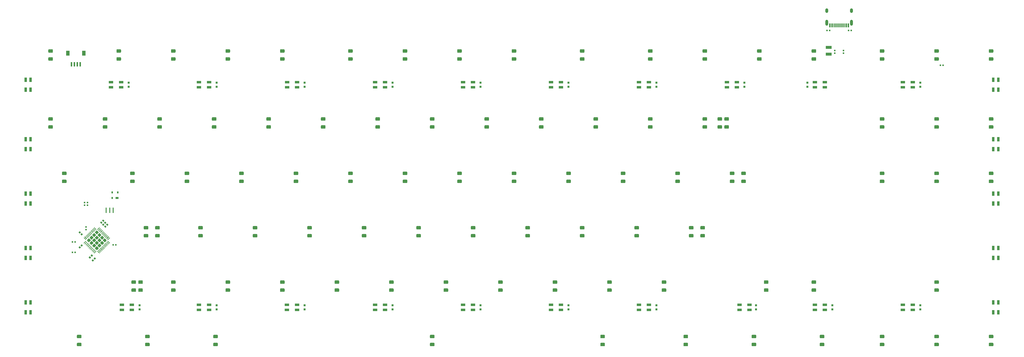
<source format=gbr>
%TF.GenerationSoftware,KiCad,Pcbnew,(5.1.12)-1*%
%TF.CreationDate,2022-11-23T00:37:25+07:00*%
%TF.ProjectId,Solder - Copy,536f6c64-6572-4202-9d20-436f70792e6b,rev?*%
%TF.SameCoordinates,Original*%
%TF.FileFunction,Paste,Bot*%
%TF.FilePolarity,Positive*%
%FSLAX46Y46*%
G04 Gerber Fmt 4.6, Leading zero omitted, Abs format (unit mm)*
G04 Created by KiCad (PCBNEW (5.1.12)-1) date 2022-11-23 00:37:25*
%MOMM*%
%LPD*%
G01*
G04 APERTURE LIST*
%ADD10R,0.750000X0.800000*%
%ADD11R,1.600000X0.850000*%
%ADD12R,0.850000X1.600000*%
%ADD13R,0.560000X0.620000*%
%ADD14R,1.200000X1.800000*%
%ADD15R,0.600000X1.550000*%
%ADD16R,0.620000X0.560000*%
%ADD17R,2.030000X1.140000*%
%ADD18R,0.600000X1.450000*%
%ADD19R,0.300000X1.450000*%
%ADD20O,1.000000X2.100000*%
%ADD21O,1.000000X1.600000*%
%ADD22R,1.000000X0.700000*%
%ADD23R,0.600000X0.700000*%
%ADD24C,0.100000*%
%ADD25R,0.400000X1.900000*%
G04 APERTURE END LIST*
D10*
%TO.C,C9*%
X66329550Y-44393352D03*
X66329550Y-45893352D03*
%TD*%
%TO.C,C28*%
X97069550Y-123879355D03*
X97069550Y-122379355D03*
%TD*%
%TO.C,C27*%
X127809550Y-123879355D03*
X127809550Y-122379355D03*
%TD*%
%TO.C,C26*%
X189289550Y-123879355D03*
X189289550Y-122379355D03*
%TD*%
%TO.C,C25*%
X342989550Y-123879355D03*
X342989550Y-122379355D03*
%TD*%
%TO.C,C24*%
X70119550Y-123879355D03*
X70119550Y-122379355D03*
%TD*%
%TO.C,C23*%
X220029550Y-123879355D03*
X220029550Y-122379355D03*
%TD*%
%TO.C,C22*%
X312253867Y-122379355D03*
X312253867Y-123879355D03*
%TD*%
%TO.C,C21*%
X158549550Y-123879355D03*
X158549550Y-122379355D03*
%TD*%
%TO.C,C20*%
X285540212Y-123879355D03*
X285540212Y-122379355D03*
%TD*%
%TO.C,C19*%
X250769550Y-123879355D03*
X250769550Y-122379355D03*
%TD*%
%TO.C,C18*%
X342989550Y-45893352D03*
X342989550Y-44393352D03*
%TD*%
%TO.C,C17*%
X303479344Y-44393352D03*
X303479344Y-45893352D03*
%TD*%
%TO.C,C16*%
X189289550Y-44393352D03*
X189289550Y-45893352D03*
%TD*%
%TO.C,C15*%
X281509550Y-44393352D03*
X281509550Y-45893352D03*
%TD*%
%TO.C,C14*%
X220029550Y-44393352D03*
X220029550Y-45893352D03*
%TD*%
%TO.C,C13*%
X158549550Y-44393352D03*
X158549550Y-45893352D03*
%TD*%
%TO.C,C12*%
X250769550Y-44393352D03*
X250769550Y-45893352D03*
%TD*%
%TO.C,C11*%
X127809550Y-44393352D03*
X127809550Y-45893352D03*
%TD*%
%TO.C,C10*%
X97069550Y-44393352D03*
X97069550Y-45893352D03*
%TD*%
D11*
%TO.C,RGB5*%
X90935719Y-46018352D03*
X94435719Y-44268352D03*
X90935719Y-44268352D03*
X94435719Y-46018352D03*
%TD*%
%TO.C,RGB30*%
X67484237Y-122254355D03*
X63984237Y-124004355D03*
X67484237Y-124004355D03*
X63984237Y-122254355D03*
%TD*%
%TO.C,RGB29*%
X94433867Y-122254355D03*
X90933867Y-124004355D03*
X94433867Y-124004355D03*
X90933867Y-122254355D03*
%TD*%
%TO.C,RGB28*%
X125173867Y-122254355D03*
X121673867Y-124004355D03*
X125173867Y-124004355D03*
X121673867Y-122254355D03*
%TD*%
%TO.C,RGB27*%
X155913867Y-122254355D03*
X152413867Y-124004355D03*
X155913867Y-124004355D03*
X152413867Y-122254355D03*
%TD*%
%TO.C,RGB26*%
X186653867Y-122254355D03*
X183153867Y-124004355D03*
X186653867Y-124004355D03*
X183153867Y-122254355D03*
%TD*%
%TO.C,RGB25*%
X217393867Y-122254355D03*
X213893867Y-124004355D03*
X217393867Y-124004355D03*
X213893867Y-122254355D03*
%TD*%
%TO.C,RGB24*%
X248133867Y-122254355D03*
X244633867Y-124004355D03*
X248133867Y-124004355D03*
X244633867Y-122254355D03*
%TD*%
%TO.C,RGB23*%
X283285202Y-122254355D03*
X279785202Y-124004355D03*
X283285202Y-124004355D03*
X279785202Y-122254355D03*
%TD*%
%TO.C,RGB22*%
X306113867Y-122254355D03*
X309613867Y-124004355D03*
X306113867Y-124004355D03*
X309613867Y-122254355D03*
%TD*%
%TO.C,RGB21*%
X340353867Y-122254355D03*
X336853867Y-124004355D03*
X340353867Y-124004355D03*
X336853867Y-122254355D03*
%TD*%
D12*
%TO.C,RGB12*%
X368468867Y-121379355D03*
X370218867Y-124879355D03*
X370218867Y-121379355D03*
X368468867Y-124879355D03*
%TD*%
%TO.C,RGB9*%
X368468867Y-102329339D03*
X370218867Y-105829339D03*
X370218867Y-102329339D03*
X368468867Y-105829339D03*
%TD*%
%TO.C,RGB6*%
X368468867Y-83279323D03*
X370218867Y-86779323D03*
X370218867Y-83279323D03*
X368468867Y-86779323D03*
%TD*%
%TO.C,RGB3*%
X368468867Y-64229307D03*
X370218867Y-67729307D03*
X370218867Y-64229307D03*
X368468867Y-67729307D03*
%TD*%
%TO.C,RGB20*%
X368469083Y-43393352D03*
X370219083Y-46893352D03*
X370219083Y-43393352D03*
X368469083Y-46893352D03*
%TD*%
D11*
%TO.C,RGB19*%
X336854265Y-46018352D03*
X340354265Y-44268352D03*
X336854265Y-44268352D03*
X340354265Y-46018352D03*
%TD*%
%TO.C,RGB18*%
X306114447Y-46018352D03*
X309614447Y-44268352D03*
X306114447Y-44268352D03*
X309614447Y-46018352D03*
%TD*%
%TO.C,RGB17*%
X275374629Y-46018352D03*
X278874629Y-44268352D03*
X275374629Y-44268352D03*
X278874629Y-46018352D03*
%TD*%
%TO.C,RGB16*%
X244634810Y-46018352D03*
X248134810Y-44268352D03*
X244634810Y-44268352D03*
X248134810Y-46018352D03*
%TD*%
%TO.C,RGB15*%
X213894992Y-46018352D03*
X217394992Y-44268352D03*
X213894992Y-44268352D03*
X217394992Y-46018352D03*
%TD*%
%TO.C,RGB14*%
X183155174Y-46018352D03*
X186655174Y-44268352D03*
X183155174Y-44268352D03*
X186655174Y-46018352D03*
%TD*%
%TO.C,RGB11*%
X152415356Y-46018352D03*
X155915356Y-44268352D03*
X152415356Y-44268352D03*
X155915356Y-46018352D03*
%TD*%
%TO.C,RGB8*%
X121675538Y-46018352D03*
X125175538Y-44268352D03*
X121675538Y-44268352D03*
X125175538Y-46018352D03*
%TD*%
%TO.C,RGB2*%
X60195901Y-46018352D03*
X63695901Y-44268352D03*
X60195901Y-44268352D03*
X63695901Y-46018352D03*
%TD*%
D12*
%TO.C,RGB1*%
X32081083Y-121379355D03*
X30331083Y-124879355D03*
X30331083Y-121379355D03*
X32081083Y-124879355D03*
%TD*%
D13*
%TO.C,R5*%
X46664587Y-103829612D03*
X47624587Y-103829612D03*
%TD*%
D12*
%TO.C,RGB13*%
X32081083Y-46893352D03*
X30331083Y-43393352D03*
X30331083Y-46893352D03*
X32081083Y-43393352D03*
%TD*%
%TO.C,RGB10*%
X32081083Y-67729307D03*
X30331083Y-64229307D03*
X30331083Y-67729307D03*
X32081083Y-64229307D03*
%TD*%
%TO.C,RGB7*%
X32081083Y-86779323D03*
X30331083Y-83279323D03*
X30331083Y-86779323D03*
X32081083Y-83279323D03*
%TD*%
%TO.C,RGB4*%
X32081067Y-105829339D03*
X30331067Y-102329339D03*
X30331067Y-105829339D03*
X32081067Y-102329339D03*
%TD*%
D14*
%TO.C,J2*%
X50674837Y-34137112D03*
X45074837Y-34137112D03*
D15*
X46374837Y-38012112D03*
X47374837Y-38012112D03*
X49374837Y-38012112D03*
X48374837Y-38012112D03*
%TD*%
%TO.C,D86*%
G36*
G01*
X349190087Y-33937112D02*
X348070087Y-33937112D01*
G75*
G02*
X347830087Y-33697112I0J240000D01*
G01*
X347830087Y-32977112D01*
G75*
G02*
X348070087Y-32737112I240000J0D01*
G01*
X349190087Y-32737112D01*
G75*
G02*
X349430087Y-32977112I0J-240000D01*
G01*
X349430087Y-33697112D01*
G75*
G02*
X349190087Y-33937112I-240000J0D01*
G01*
G37*
G36*
G01*
X349190087Y-36737112D02*
X348070087Y-36737112D01*
G75*
G02*
X347830087Y-36497112I0J240000D01*
G01*
X347830087Y-35777112D01*
G75*
G02*
X348070087Y-35537112I240000J0D01*
G01*
X349190087Y-35537112D01*
G75*
G02*
X349430087Y-35777112I0J-240000D01*
G01*
X349430087Y-36497112D01*
G75*
G02*
X349190087Y-36737112I-240000J0D01*
G01*
G37*
%TD*%
%TO.C,D82*%
G36*
G01*
X330140087Y-33937112D02*
X329020087Y-33937112D01*
G75*
G02*
X328780087Y-33697112I0J240000D01*
G01*
X328780087Y-32977112D01*
G75*
G02*
X329020087Y-32737112I240000J0D01*
G01*
X330140087Y-32737112D01*
G75*
G02*
X330380087Y-32977112I0J-240000D01*
G01*
X330380087Y-33697112D01*
G75*
G02*
X330140087Y-33937112I-240000J0D01*
G01*
G37*
G36*
G01*
X330140087Y-36737112D02*
X329020087Y-36737112D01*
G75*
G02*
X328780087Y-36497112I0J240000D01*
G01*
X328780087Y-35777112D01*
G75*
G02*
X329020087Y-35537112I240000J0D01*
G01*
X330140087Y-35537112D01*
G75*
G02*
X330380087Y-35777112I0J-240000D01*
G01*
X330380087Y-36497112D01*
G75*
G02*
X330140087Y-36737112I-240000J0D01*
G01*
G37*
%TD*%
%TO.C,D91*%
G36*
G01*
X368240087Y-33937112D02*
X367120087Y-33937112D01*
G75*
G02*
X366880087Y-33697112I0J240000D01*
G01*
X366880087Y-32977112D01*
G75*
G02*
X367120087Y-32737112I240000J0D01*
G01*
X368240087Y-32737112D01*
G75*
G02*
X368480087Y-32977112I0J-240000D01*
G01*
X368480087Y-33697112D01*
G75*
G02*
X368240087Y-33937112I-240000J0D01*
G01*
G37*
G36*
G01*
X368240087Y-36737112D02*
X367120087Y-36737112D01*
G75*
G02*
X366880087Y-36497112I0J240000D01*
G01*
X366880087Y-35777112D01*
G75*
G02*
X367120087Y-35537112I240000J0D01*
G01*
X368240087Y-35537112D01*
G75*
G02*
X368480087Y-35777112I0J-240000D01*
G01*
X368480087Y-36497112D01*
G75*
G02*
X368240087Y-36737112I-240000J0D01*
G01*
G37*
%TD*%
D16*
%TO.C,R10*%
X316074837Y-33157112D03*
X316074837Y-34117112D03*
%TD*%
D17*
%TO.C,F1*%
X310949837Y-34449612D03*
X310949837Y-32049612D03*
%TD*%
%TO.C,D64*%
G36*
G01*
X268227587Y-33937112D02*
X267107587Y-33937112D01*
G75*
G02*
X266867587Y-33697112I0J240000D01*
G01*
X266867587Y-32977112D01*
G75*
G02*
X267107587Y-32737112I240000J0D01*
G01*
X268227587Y-32737112D01*
G75*
G02*
X268467587Y-32977112I0J-240000D01*
G01*
X268467587Y-33697112D01*
G75*
G02*
X268227587Y-33937112I-240000J0D01*
G01*
G37*
G36*
G01*
X268227587Y-36737112D02*
X267107587Y-36737112D01*
G75*
G02*
X266867587Y-36497112I0J240000D01*
G01*
X266867587Y-35777112D01*
G75*
G02*
X267107587Y-35537112I240000J0D01*
G01*
X268227587Y-35537112D01*
G75*
G02*
X268467587Y-35777112I0J-240000D01*
G01*
X268467587Y-36497112D01*
G75*
G02*
X268227587Y-36737112I-240000J0D01*
G01*
G37*
%TD*%
D16*
%TO.C,R9*%
X313074837Y-34117112D03*
X313074837Y-33157112D03*
%TD*%
D13*
%TO.C,R6*%
X311284837Y-26137112D03*
X310324837Y-26137112D03*
%TD*%
%TO.C,C8*%
X317864837Y-26137112D03*
X318824837Y-26137112D03*
%TD*%
%TO.C,R3*%
X350900587Y-38317112D03*
X349940587Y-38317112D03*
%TD*%
%TO.C,D22*%
G36*
G01*
X101540087Y-33937112D02*
X100420087Y-33937112D01*
G75*
G02*
X100180087Y-33697112I0J240000D01*
G01*
X100180087Y-32977112D01*
G75*
G02*
X100420087Y-32737112I240000J0D01*
G01*
X101540087Y-32737112D01*
G75*
G02*
X101780087Y-32977112I0J-240000D01*
G01*
X101780087Y-33697112D01*
G75*
G02*
X101540087Y-33937112I-240000J0D01*
G01*
G37*
G36*
G01*
X101540087Y-36737112D02*
X100420087Y-36737112D01*
G75*
G02*
X100180087Y-36497112I0J240000D01*
G01*
X100180087Y-35777112D01*
G75*
G02*
X100420087Y-35537112I240000J0D01*
G01*
X101540087Y-35537112D01*
G75*
G02*
X101780087Y-35777112I0J-240000D01*
G01*
X101780087Y-36497112D01*
G75*
G02*
X101540087Y-36737112I-240000J0D01*
G01*
G37*
%TD*%
%TO.C,D32*%
G36*
G01*
X144402587Y-33937112D02*
X143282587Y-33937112D01*
G75*
G02*
X143042587Y-33697112I0J240000D01*
G01*
X143042587Y-32977112D01*
G75*
G02*
X143282587Y-32737112I240000J0D01*
G01*
X144402587Y-32737112D01*
G75*
G02*
X144642587Y-32977112I0J-240000D01*
G01*
X144642587Y-33697112D01*
G75*
G02*
X144402587Y-33937112I-240000J0D01*
G01*
G37*
G36*
G01*
X144402587Y-36737112D02*
X143282587Y-36737112D01*
G75*
G02*
X143042587Y-36497112I0J240000D01*
G01*
X143042587Y-35777112D01*
G75*
G02*
X143282587Y-35537112I240000J0D01*
G01*
X144402587Y-35537112D01*
G75*
G02*
X144642587Y-35777112I0J-240000D01*
G01*
X144642587Y-36497112D01*
G75*
G02*
X144402587Y-36737112I-240000J0D01*
G01*
G37*
%TD*%
%TO.C,D76*%
G36*
G01*
X306327587Y-33937112D02*
X305207587Y-33937112D01*
G75*
G02*
X304967587Y-33697112I0J240000D01*
G01*
X304967587Y-32977112D01*
G75*
G02*
X305207587Y-32737112I240000J0D01*
G01*
X306327587Y-32737112D01*
G75*
G02*
X306567587Y-32977112I0J-240000D01*
G01*
X306567587Y-33697112D01*
G75*
G02*
X306327587Y-33937112I-240000J0D01*
G01*
G37*
G36*
G01*
X306327587Y-36737112D02*
X305207587Y-36737112D01*
G75*
G02*
X304967587Y-36497112I0J240000D01*
G01*
X304967587Y-35777112D01*
G75*
G02*
X305207587Y-35537112I240000J0D01*
G01*
X306327587Y-35537112D01*
G75*
G02*
X306567587Y-35777112I0J-240000D01*
G01*
X306567587Y-36497112D01*
G75*
G02*
X306327587Y-36737112I-240000J0D01*
G01*
G37*
%TD*%
%TO.C,D37*%
G36*
G01*
X163452587Y-33937112D02*
X162332587Y-33937112D01*
G75*
G02*
X162092587Y-33697112I0J240000D01*
G01*
X162092587Y-32977112D01*
G75*
G02*
X162332587Y-32737112I240000J0D01*
G01*
X163452587Y-32737112D01*
G75*
G02*
X163692587Y-32977112I0J-240000D01*
G01*
X163692587Y-33697112D01*
G75*
G02*
X163452587Y-33937112I-240000J0D01*
G01*
G37*
G36*
G01*
X163452587Y-36737112D02*
X162332587Y-36737112D01*
G75*
G02*
X162092587Y-36497112I0J240000D01*
G01*
X162092587Y-35777112D01*
G75*
G02*
X162332587Y-35537112I240000J0D01*
G01*
X163452587Y-35537112D01*
G75*
G02*
X163692587Y-35777112I0J-240000D01*
G01*
X163692587Y-36497112D01*
G75*
G02*
X163452587Y-36737112I-240000J0D01*
G01*
G37*
%TD*%
%TO.C,D70*%
G36*
G01*
X287277587Y-33937112D02*
X286157587Y-33937112D01*
G75*
G02*
X285917587Y-33697112I0J240000D01*
G01*
X285917587Y-32977112D01*
G75*
G02*
X286157587Y-32737112I240000J0D01*
G01*
X287277587Y-32737112D01*
G75*
G02*
X287517587Y-32977112I0J-240000D01*
G01*
X287517587Y-33697112D01*
G75*
G02*
X287277587Y-33937112I-240000J0D01*
G01*
G37*
G36*
G01*
X287277587Y-36737112D02*
X286157587Y-36737112D01*
G75*
G02*
X285917587Y-36497112I0J240000D01*
G01*
X285917587Y-35777112D01*
G75*
G02*
X286157587Y-35537112I240000J0D01*
G01*
X287277587Y-35537112D01*
G75*
G02*
X287517587Y-35777112I0J-240000D01*
G01*
X287517587Y-36497112D01*
G75*
G02*
X287277587Y-36737112I-240000J0D01*
G01*
G37*
%TD*%
%TO.C,D27*%
G36*
G01*
X120590087Y-33937112D02*
X119470087Y-33937112D01*
G75*
G02*
X119230087Y-33697112I0J240000D01*
G01*
X119230087Y-32977112D01*
G75*
G02*
X119470087Y-32737112I240000J0D01*
G01*
X120590087Y-32737112D01*
G75*
G02*
X120830087Y-32977112I0J-240000D01*
G01*
X120830087Y-33697112D01*
G75*
G02*
X120590087Y-33937112I-240000J0D01*
G01*
G37*
G36*
G01*
X120590087Y-36737112D02*
X119470087Y-36737112D01*
G75*
G02*
X119230087Y-36497112I0J240000D01*
G01*
X119230087Y-35777112D01*
G75*
G02*
X119470087Y-35537112I240000J0D01*
G01*
X120590087Y-35537112D01*
G75*
G02*
X120830087Y-35777112I0J-240000D01*
G01*
X120830087Y-36497112D01*
G75*
G02*
X120590087Y-36737112I-240000J0D01*
G01*
G37*
%TD*%
%TO.C,D53*%
G36*
G01*
X225365087Y-33937112D02*
X224245087Y-33937112D01*
G75*
G02*
X224005087Y-33697112I0J240000D01*
G01*
X224005087Y-32977112D01*
G75*
G02*
X224245087Y-32737112I240000J0D01*
G01*
X225365087Y-32737112D01*
G75*
G02*
X225605087Y-32977112I0J-240000D01*
G01*
X225605087Y-33697112D01*
G75*
G02*
X225365087Y-33937112I-240000J0D01*
G01*
G37*
G36*
G01*
X225365087Y-36737112D02*
X224245087Y-36737112D01*
G75*
G02*
X224005087Y-36497112I0J240000D01*
G01*
X224005087Y-35777112D01*
G75*
G02*
X224245087Y-35537112I240000J0D01*
G01*
X225365087Y-35537112D01*
G75*
G02*
X225605087Y-35777112I0J-240000D01*
G01*
X225605087Y-36497112D01*
G75*
G02*
X225365087Y-36737112I-240000J0D01*
G01*
G37*
%TD*%
%TO.C,D58*%
G36*
G01*
X249177587Y-33937112D02*
X248057587Y-33937112D01*
G75*
G02*
X247817587Y-33697112I0J240000D01*
G01*
X247817587Y-32977112D01*
G75*
G02*
X248057587Y-32737112I240000J0D01*
G01*
X249177587Y-32737112D01*
G75*
G02*
X249417587Y-32977112I0J-240000D01*
G01*
X249417587Y-33697112D01*
G75*
G02*
X249177587Y-33937112I-240000J0D01*
G01*
G37*
G36*
G01*
X249177587Y-36737112D02*
X248057587Y-36737112D01*
G75*
G02*
X247817587Y-36497112I0J240000D01*
G01*
X247817587Y-35777112D01*
G75*
G02*
X248057587Y-35537112I240000J0D01*
G01*
X249177587Y-35537112D01*
G75*
G02*
X249417587Y-35777112I0J-240000D01*
G01*
X249417587Y-36497112D01*
G75*
G02*
X249177587Y-36737112I-240000J0D01*
G01*
G37*
%TD*%
%TO.C,D43*%
G36*
G01*
X182502587Y-33937112D02*
X181382587Y-33937112D01*
G75*
G02*
X181142587Y-33697112I0J240000D01*
G01*
X181142587Y-32977112D01*
G75*
G02*
X181382587Y-32737112I240000J0D01*
G01*
X182502587Y-32737112D01*
G75*
G02*
X182742587Y-32977112I0J-240000D01*
G01*
X182742587Y-33697112D01*
G75*
G02*
X182502587Y-33937112I-240000J0D01*
G01*
G37*
G36*
G01*
X182502587Y-36737112D02*
X181382587Y-36737112D01*
G75*
G02*
X181142587Y-36497112I0J240000D01*
G01*
X181142587Y-35777112D01*
G75*
G02*
X181382587Y-35537112I240000J0D01*
G01*
X182502587Y-35537112D01*
G75*
G02*
X182742587Y-35777112I0J-240000D01*
G01*
X182742587Y-36497112D01*
G75*
G02*
X182502587Y-36737112I-240000J0D01*
G01*
G37*
%TD*%
%TO.C,D16*%
G36*
G01*
X82490087Y-33937112D02*
X81370087Y-33937112D01*
G75*
G02*
X81130087Y-33697112I0J240000D01*
G01*
X81130087Y-32977112D01*
G75*
G02*
X81370087Y-32737112I240000J0D01*
G01*
X82490087Y-32737112D01*
G75*
G02*
X82730087Y-32977112I0J-240000D01*
G01*
X82730087Y-33697112D01*
G75*
G02*
X82490087Y-33937112I-240000J0D01*
G01*
G37*
G36*
G01*
X82490087Y-36737112D02*
X81370087Y-36737112D01*
G75*
G02*
X81130087Y-36497112I0J240000D01*
G01*
X81130087Y-35777112D01*
G75*
G02*
X81370087Y-35537112I240000J0D01*
G01*
X82490087Y-35537112D01*
G75*
G02*
X82730087Y-35777112I0J-240000D01*
G01*
X82730087Y-36497112D01*
G75*
G02*
X82490087Y-36737112I-240000J0D01*
G01*
G37*
%TD*%
%TO.C,D48*%
G36*
G01*
X201552587Y-33937112D02*
X200432587Y-33937112D01*
G75*
G02*
X200192587Y-33697112I0J240000D01*
G01*
X200192587Y-32977112D01*
G75*
G02*
X200432587Y-32737112I240000J0D01*
G01*
X201552587Y-32737112D01*
G75*
G02*
X201792587Y-32977112I0J-240000D01*
G01*
X201792587Y-33697112D01*
G75*
G02*
X201552587Y-33937112I-240000J0D01*
G01*
G37*
G36*
G01*
X201552587Y-36737112D02*
X200432587Y-36737112D01*
G75*
G02*
X200192587Y-36497112I0J240000D01*
G01*
X200192587Y-35777112D01*
G75*
G02*
X200432587Y-35537112I240000J0D01*
G01*
X201552587Y-35537112D01*
G75*
G02*
X201792587Y-35777112I0J-240000D01*
G01*
X201792587Y-36497112D01*
G75*
G02*
X201552587Y-36737112I-240000J0D01*
G01*
G37*
%TD*%
%TO.C,D4*%
G36*
G01*
X39627587Y-33937112D02*
X38507587Y-33937112D01*
G75*
G02*
X38267587Y-33697112I0J240000D01*
G01*
X38267587Y-32977112D01*
G75*
G02*
X38507587Y-32737112I240000J0D01*
G01*
X39627587Y-32737112D01*
G75*
G02*
X39867587Y-32977112I0J-240000D01*
G01*
X39867587Y-33697112D01*
G75*
G02*
X39627587Y-33937112I-240000J0D01*
G01*
G37*
G36*
G01*
X39627587Y-36737112D02*
X38507587Y-36737112D01*
G75*
G02*
X38267587Y-36497112I0J240000D01*
G01*
X38267587Y-35777112D01*
G75*
G02*
X38507587Y-35537112I240000J0D01*
G01*
X39627587Y-35537112D01*
G75*
G02*
X39867587Y-35777112I0J-240000D01*
G01*
X39867587Y-36497112D01*
G75*
G02*
X39627587Y-36737112I-240000J0D01*
G01*
G37*
%TD*%
%TO.C,D10*%
G36*
G01*
X63440087Y-33937112D02*
X62320087Y-33937112D01*
G75*
G02*
X62080087Y-33697112I0J240000D01*
G01*
X62080087Y-32977112D01*
G75*
G02*
X62320087Y-32737112I240000J0D01*
G01*
X63440087Y-32737112D01*
G75*
G02*
X63680087Y-32977112I0J-240000D01*
G01*
X63680087Y-33697112D01*
G75*
G02*
X63440087Y-33937112I-240000J0D01*
G01*
G37*
G36*
G01*
X63440087Y-36737112D02*
X62320087Y-36737112D01*
G75*
G02*
X62080087Y-36497112I0J240000D01*
G01*
X62080087Y-35777112D01*
G75*
G02*
X62320087Y-35537112I240000J0D01*
G01*
X63440087Y-35537112D01*
G75*
G02*
X63680087Y-35777112I0J-240000D01*
G01*
X63680087Y-36497112D01*
G75*
G02*
X63440087Y-36737112I-240000J0D01*
G01*
G37*
%TD*%
D18*
%TO.C,USB2*%
X317799837Y-24332112D03*
X311349837Y-24332112D03*
X317024837Y-24332112D03*
X312124837Y-24332112D03*
D19*
X312824837Y-24332112D03*
X316324837Y-24332112D03*
X313324837Y-24332112D03*
X315824837Y-24332112D03*
X313824837Y-24332112D03*
X315324837Y-24332112D03*
X314824837Y-24332112D03*
X314324837Y-24332112D03*
D20*
X310254837Y-23417112D03*
X318894837Y-23417112D03*
D21*
X310254837Y-19237112D03*
X318894837Y-19237112D03*
%TD*%
%TO.C,D84*%
G36*
G01*
X330140087Y-76799612D02*
X329020087Y-76799612D01*
G75*
G02*
X328780087Y-76559612I0J240000D01*
G01*
X328780087Y-75839612D01*
G75*
G02*
X329020087Y-75599612I240000J0D01*
G01*
X330140087Y-75599612D01*
G75*
G02*
X330380087Y-75839612I0J-240000D01*
G01*
X330380087Y-76559612D01*
G75*
G02*
X330140087Y-76799612I-240000J0D01*
G01*
G37*
G36*
G01*
X330140087Y-79599612D02*
X329020087Y-79599612D01*
G75*
G02*
X328780087Y-79359612I0J240000D01*
G01*
X328780087Y-78639612D01*
G75*
G02*
X329020087Y-78399612I240000J0D01*
G01*
X330140087Y-78399612D01*
G75*
G02*
X330380087Y-78639612I0J-240000D01*
G01*
X330380087Y-79359612D01*
G75*
G02*
X330140087Y-79599612I-240000J0D01*
G01*
G37*
%TD*%
%TO.C,D93*%
G36*
G01*
X368240087Y-76799612D02*
X367120087Y-76799612D01*
G75*
G02*
X366880087Y-76559612I0J240000D01*
G01*
X366880087Y-75839612D01*
G75*
G02*
X367120087Y-75599612I240000J0D01*
G01*
X368240087Y-75599612D01*
G75*
G02*
X368480087Y-75839612I0J-240000D01*
G01*
X368480087Y-76559612D01*
G75*
G02*
X368240087Y-76799612I-240000J0D01*
G01*
G37*
G36*
G01*
X368240087Y-79599612D02*
X367120087Y-79599612D01*
G75*
G02*
X366880087Y-79359612I0J240000D01*
G01*
X366880087Y-78639612D01*
G75*
G02*
X367120087Y-78399612I240000J0D01*
G01*
X368240087Y-78399612D01*
G75*
G02*
X368480087Y-78639612I0J-240000D01*
G01*
X368480087Y-79359612D01*
G75*
G02*
X368240087Y-79599612I-240000J0D01*
G01*
G37*
%TD*%
%TO.C,D94*%
G36*
G01*
X368240087Y-133949612D02*
X367120087Y-133949612D01*
G75*
G02*
X366880087Y-133709612I0J240000D01*
G01*
X366880087Y-132989612D01*
G75*
G02*
X367120087Y-132749612I240000J0D01*
G01*
X368240087Y-132749612D01*
G75*
G02*
X368480087Y-132989612I0J-240000D01*
G01*
X368480087Y-133709612D01*
G75*
G02*
X368240087Y-133949612I-240000J0D01*
G01*
G37*
G36*
G01*
X368240087Y-136749612D02*
X367120087Y-136749612D01*
G75*
G02*
X366880087Y-136509612I0J240000D01*
G01*
X366880087Y-135789612D01*
G75*
G02*
X367120087Y-135549612I240000J0D01*
G01*
X368240087Y-135549612D01*
G75*
G02*
X368480087Y-135789612I0J-240000D01*
G01*
X368480087Y-136509612D01*
G75*
G02*
X368240087Y-136749612I-240000J0D01*
G01*
G37*
%TD*%
%TO.C,D89*%
G36*
G01*
X349190087Y-114899612D02*
X348070087Y-114899612D01*
G75*
G02*
X347830087Y-114659612I0J240000D01*
G01*
X347830087Y-113939612D01*
G75*
G02*
X348070087Y-113699612I240000J0D01*
G01*
X349190087Y-113699612D01*
G75*
G02*
X349430087Y-113939612I0J-240000D01*
G01*
X349430087Y-114659612D01*
G75*
G02*
X349190087Y-114899612I-240000J0D01*
G01*
G37*
G36*
G01*
X349190087Y-117699612D02*
X348070087Y-117699612D01*
G75*
G02*
X347830087Y-117459612I0J240000D01*
G01*
X347830087Y-116739612D01*
G75*
G02*
X348070087Y-116499612I240000J0D01*
G01*
X349190087Y-116499612D01*
G75*
G02*
X349430087Y-116739612I0J-240000D01*
G01*
X349430087Y-117459612D01*
G75*
G02*
X349190087Y-117699612I-240000J0D01*
G01*
G37*
%TD*%
%TO.C,D88*%
G36*
G01*
X349190087Y-76799612D02*
X348070087Y-76799612D01*
G75*
G02*
X347830087Y-76559612I0J240000D01*
G01*
X347830087Y-75839612D01*
G75*
G02*
X348070087Y-75599612I240000J0D01*
G01*
X349190087Y-75599612D01*
G75*
G02*
X349430087Y-75839612I0J-240000D01*
G01*
X349430087Y-76559612D01*
G75*
G02*
X349190087Y-76799612I-240000J0D01*
G01*
G37*
G36*
G01*
X349190087Y-79599612D02*
X348070087Y-79599612D01*
G75*
G02*
X347830087Y-79359612I0J240000D01*
G01*
X347830087Y-78639612D01*
G75*
G02*
X348070087Y-78399612I240000J0D01*
G01*
X349190087Y-78399612D01*
G75*
G02*
X349430087Y-78639612I0J-240000D01*
G01*
X349430087Y-79359612D01*
G75*
G02*
X349190087Y-79599612I-240000J0D01*
G01*
G37*
%TD*%
%TO.C,D85*%
G36*
G01*
X330140087Y-133949612D02*
X329020087Y-133949612D01*
G75*
G02*
X328780087Y-133709612I0J240000D01*
G01*
X328780087Y-132989612D01*
G75*
G02*
X329020087Y-132749612I240000J0D01*
G01*
X330140087Y-132749612D01*
G75*
G02*
X330380087Y-132989612I0J-240000D01*
G01*
X330380087Y-133709612D01*
G75*
G02*
X330140087Y-133949612I-240000J0D01*
G01*
G37*
G36*
G01*
X330140087Y-136749612D02*
X329020087Y-136749612D01*
G75*
G02*
X328780087Y-136509612I0J240000D01*
G01*
X328780087Y-135789612D01*
G75*
G02*
X329020087Y-135549612I240000J0D01*
G01*
X330140087Y-135549612D01*
G75*
G02*
X330380087Y-135789612I0J-240000D01*
G01*
X330380087Y-136509612D01*
G75*
G02*
X330140087Y-136749612I-240000J0D01*
G01*
G37*
%TD*%
%TO.C,D90*%
G36*
G01*
X349190087Y-133949612D02*
X348070087Y-133949612D01*
G75*
G02*
X347830087Y-133709612I0J240000D01*
G01*
X347830087Y-132989612D01*
G75*
G02*
X348070087Y-132749612I240000J0D01*
G01*
X349190087Y-132749612D01*
G75*
G02*
X349430087Y-132989612I0J-240000D01*
G01*
X349430087Y-133709612D01*
G75*
G02*
X349190087Y-133949612I-240000J0D01*
G01*
G37*
G36*
G01*
X349190087Y-136749612D02*
X348070087Y-136749612D01*
G75*
G02*
X347830087Y-136509612I0J240000D01*
G01*
X347830087Y-135789612D01*
G75*
G02*
X348070087Y-135549612I240000J0D01*
G01*
X349190087Y-135549612D01*
G75*
G02*
X349430087Y-135789612I0J-240000D01*
G01*
X349430087Y-136509612D01*
G75*
G02*
X349190087Y-136749612I-240000J0D01*
G01*
G37*
%TD*%
%TO.C,D92*%
G36*
G01*
X368240087Y-57749612D02*
X367120087Y-57749612D01*
G75*
G02*
X366880087Y-57509612I0J240000D01*
G01*
X366880087Y-56789612D01*
G75*
G02*
X367120087Y-56549612I240000J0D01*
G01*
X368240087Y-56549612D01*
G75*
G02*
X368480087Y-56789612I0J-240000D01*
G01*
X368480087Y-57509612D01*
G75*
G02*
X368240087Y-57749612I-240000J0D01*
G01*
G37*
G36*
G01*
X368240087Y-60549612D02*
X367120087Y-60549612D01*
G75*
G02*
X366880087Y-60309612I0J240000D01*
G01*
X366880087Y-59589612D01*
G75*
G02*
X367120087Y-59349612I240000J0D01*
G01*
X368240087Y-59349612D01*
G75*
G02*
X368480087Y-59589612I0J-240000D01*
G01*
X368480087Y-60309612D01*
G75*
G02*
X368240087Y-60549612I-240000J0D01*
G01*
G37*
%TD*%
%TO.C,D87*%
G36*
G01*
X349190087Y-57749612D02*
X348070087Y-57749612D01*
G75*
G02*
X347830087Y-57509612I0J240000D01*
G01*
X347830087Y-56789612D01*
G75*
G02*
X348070087Y-56549612I240000J0D01*
G01*
X349190087Y-56549612D01*
G75*
G02*
X349430087Y-56789612I0J-240000D01*
G01*
X349430087Y-57509612D01*
G75*
G02*
X349190087Y-57749612I-240000J0D01*
G01*
G37*
G36*
G01*
X349190087Y-60549612D02*
X348070087Y-60549612D01*
G75*
G02*
X347830087Y-60309612I0J240000D01*
G01*
X347830087Y-59589612D01*
G75*
G02*
X348070087Y-59349612I240000J0D01*
G01*
X349190087Y-59349612D01*
G75*
G02*
X349430087Y-59589612I0J-240000D01*
G01*
X349430087Y-60309612D01*
G75*
G02*
X349190087Y-60549612I-240000J0D01*
G01*
G37*
%TD*%
%TO.C,D83*%
G36*
G01*
X330140087Y-57749612D02*
X329020087Y-57749612D01*
G75*
G02*
X328780087Y-57509612I0J240000D01*
G01*
X328780087Y-56789612D01*
G75*
G02*
X329020087Y-56549612I240000J0D01*
G01*
X330140087Y-56549612D01*
G75*
G02*
X330380087Y-56789612I0J-240000D01*
G01*
X330380087Y-57509612D01*
G75*
G02*
X330140087Y-57749612I-240000J0D01*
G01*
G37*
G36*
G01*
X330140087Y-60549612D02*
X329020087Y-60549612D01*
G75*
G02*
X328780087Y-60309612I0J240000D01*
G01*
X328780087Y-59589612D01*
G75*
G02*
X329020087Y-59349612I240000J0D01*
G01*
X330140087Y-59349612D01*
G75*
G02*
X330380087Y-59589612I0J-240000D01*
G01*
X330380087Y-60309612D01*
G75*
G02*
X330140087Y-60549612I-240000J0D01*
G01*
G37*
%TD*%
D13*
%TO.C,R2*%
X47624587Y-100229612D03*
X46664587Y-100229612D03*
%TD*%
D22*
%TO.C,U2*%
X62299837Y-84849612D03*
D23*
X62499837Y-82849612D03*
X60599837Y-84849612D03*
X60599837Y-82849612D03*
%TD*%
%TO.C,D81*%
G36*
G01*
X309181767Y-133949612D02*
X308061767Y-133949612D01*
G75*
G02*
X307821767Y-133709612I0J240000D01*
G01*
X307821767Y-132989612D01*
G75*
G02*
X308061767Y-132749612I240000J0D01*
G01*
X309181767Y-132749612D01*
G75*
G02*
X309421767Y-132989612I0J-240000D01*
G01*
X309421767Y-133709612D01*
G75*
G02*
X309181767Y-133949612I-240000J0D01*
G01*
G37*
G36*
G01*
X309181767Y-136749612D02*
X308061767Y-136749612D01*
G75*
G02*
X307821767Y-136509612I0J240000D01*
G01*
X307821767Y-135789612D01*
G75*
G02*
X308061767Y-135549612I240000J0D01*
G01*
X309181767Y-135549612D01*
G75*
G02*
X309421767Y-135789612I0J-240000D01*
G01*
X309421767Y-136509612D01*
G75*
G02*
X309181767Y-136749612I-240000J0D01*
G01*
G37*
%TD*%
%TO.C,D80*%
G36*
G01*
X306327587Y-114899612D02*
X305207587Y-114899612D01*
G75*
G02*
X304967587Y-114659612I0J240000D01*
G01*
X304967587Y-113939612D01*
G75*
G02*
X305207587Y-113699612I240000J0D01*
G01*
X306327587Y-113699612D01*
G75*
G02*
X306567587Y-113939612I0J-240000D01*
G01*
X306567587Y-114659612D01*
G75*
G02*
X306327587Y-114899612I-240000J0D01*
G01*
G37*
G36*
G01*
X306327587Y-117699612D02*
X305207587Y-117699612D01*
G75*
G02*
X304967587Y-117459612I0J240000D01*
G01*
X304967587Y-116739612D01*
G75*
G02*
X305207587Y-116499612I240000J0D01*
G01*
X306327587Y-116499612D01*
G75*
G02*
X306567587Y-116739612I0J-240000D01*
G01*
X306567587Y-117459612D01*
G75*
G02*
X306327587Y-117699612I-240000J0D01*
G01*
G37*
%TD*%
%TO.C,D75*%
G36*
G01*
X285369267Y-133949612D02*
X284249267Y-133949612D01*
G75*
G02*
X284009267Y-133709612I0J240000D01*
G01*
X284009267Y-132989612D01*
G75*
G02*
X284249267Y-132749612I240000J0D01*
G01*
X285369267Y-132749612D01*
G75*
G02*
X285609267Y-132989612I0J-240000D01*
G01*
X285609267Y-133709612D01*
G75*
G02*
X285369267Y-133949612I-240000J0D01*
G01*
G37*
G36*
G01*
X285369267Y-136749612D02*
X284249267Y-136749612D01*
G75*
G02*
X284009267Y-136509612I0J240000D01*
G01*
X284009267Y-135789612D01*
G75*
G02*
X284249267Y-135549612I240000J0D01*
G01*
X285369267Y-135549612D01*
G75*
G02*
X285609267Y-135789612I0J-240000D01*
G01*
X285609267Y-136509612D01*
G75*
G02*
X285369267Y-136749612I-240000J0D01*
G01*
G37*
%TD*%
%TO.C,D74*%
G36*
G01*
X289658837Y-114899612D02*
X288538837Y-114899612D01*
G75*
G02*
X288298837Y-114659612I0J240000D01*
G01*
X288298837Y-113939612D01*
G75*
G02*
X288538837Y-113699612I240000J0D01*
G01*
X289658837Y-113699612D01*
G75*
G02*
X289898837Y-113939612I0J-240000D01*
G01*
X289898837Y-114659612D01*
G75*
G02*
X289658837Y-114899612I-240000J0D01*
G01*
G37*
G36*
G01*
X289658837Y-117699612D02*
X288538837Y-117699612D01*
G75*
G02*
X288298837Y-117459612I0J240000D01*
G01*
X288298837Y-116739612D01*
G75*
G02*
X288538837Y-116499612I240000J0D01*
G01*
X289658837Y-116499612D01*
G75*
G02*
X289898837Y-116739612I0J-240000D01*
G01*
X289898837Y-117459612D01*
G75*
G02*
X289658837Y-117699612I-240000J0D01*
G01*
G37*
%TD*%
%TO.C,D73*%
G36*
G01*
X267465087Y-95849612D02*
X266345087Y-95849612D01*
G75*
G02*
X266105087Y-95609612I0J240000D01*
G01*
X266105087Y-94889612D01*
G75*
G02*
X266345087Y-94649612I240000J0D01*
G01*
X267465087Y-94649612D01*
G75*
G02*
X267705087Y-94889612I0J-240000D01*
G01*
X267705087Y-95609612D01*
G75*
G02*
X267465087Y-95849612I-240000J0D01*
G01*
G37*
G36*
G01*
X267465087Y-98649612D02*
X266345087Y-98649612D01*
G75*
G02*
X266105087Y-98409612I0J240000D01*
G01*
X266105087Y-97689612D01*
G75*
G02*
X266345087Y-97449612I240000J0D01*
G01*
X267465087Y-97449612D01*
G75*
G02*
X267705087Y-97689612I0J-240000D01*
G01*
X267705087Y-98409612D01*
G75*
G02*
X267465087Y-98649612I-240000J0D01*
G01*
G37*
%TD*%
%TO.C,D69*%
G36*
G01*
X261556767Y-133949612D02*
X260436767Y-133949612D01*
G75*
G02*
X260196767Y-133709612I0J240000D01*
G01*
X260196767Y-132989612D01*
G75*
G02*
X260436767Y-132749612I240000J0D01*
G01*
X261556767Y-132749612D01*
G75*
G02*
X261796767Y-132989612I0J-240000D01*
G01*
X261796767Y-133709612D01*
G75*
G02*
X261556767Y-133949612I-240000J0D01*
G01*
G37*
G36*
G01*
X261556767Y-136749612D02*
X260436767Y-136749612D01*
G75*
G02*
X260196767Y-136509612I0J240000D01*
G01*
X260196767Y-135789612D01*
G75*
G02*
X260436767Y-135549612I240000J0D01*
G01*
X261556767Y-135549612D01*
G75*
G02*
X261796767Y-135789612I0J-240000D01*
G01*
X261796767Y-136509612D01*
G75*
G02*
X261556767Y-136749612I-240000J0D01*
G01*
G37*
%TD*%
%TO.C,D67*%
G36*
G01*
X263465087Y-95849612D02*
X262345087Y-95849612D01*
G75*
G02*
X262105087Y-95609612I0J240000D01*
G01*
X262105087Y-94889612D01*
G75*
G02*
X262345087Y-94649612I240000J0D01*
G01*
X263465087Y-94649612D01*
G75*
G02*
X263705087Y-94889612I0J-240000D01*
G01*
X263705087Y-95609612D01*
G75*
G02*
X263465087Y-95849612I-240000J0D01*
G01*
G37*
G36*
G01*
X263465087Y-98649612D02*
X262345087Y-98649612D01*
G75*
G02*
X262105087Y-98409612I0J240000D01*
G01*
X262105087Y-97689612D01*
G75*
G02*
X262345087Y-97449612I240000J0D01*
G01*
X263465087Y-97449612D01*
G75*
G02*
X263705087Y-97689612I0J-240000D01*
G01*
X263705087Y-98409612D01*
G75*
G02*
X263465087Y-98649612I-240000J0D01*
G01*
G37*
%TD*%
%TO.C,D63*%
G36*
G01*
X232508837Y-133949612D02*
X231388837Y-133949612D01*
G75*
G02*
X231148837Y-133709612I0J240000D01*
G01*
X231148837Y-132989612D01*
G75*
G02*
X231388837Y-132749612I240000J0D01*
G01*
X232508837Y-132749612D01*
G75*
G02*
X232748837Y-132989612I0J-240000D01*
G01*
X232748837Y-133709612D01*
G75*
G02*
X232508837Y-133949612I-240000J0D01*
G01*
G37*
G36*
G01*
X232508837Y-136749612D02*
X231388837Y-136749612D01*
G75*
G02*
X231148837Y-136509612I0J240000D01*
G01*
X231148837Y-135789612D01*
G75*
G02*
X231388837Y-135549612I240000J0D01*
G01*
X232508837Y-135549612D01*
G75*
G02*
X232748837Y-135789612I0J-240000D01*
G01*
X232748837Y-136509612D01*
G75*
G02*
X232508837Y-136749612I-240000J0D01*
G01*
G37*
%TD*%
%TO.C,D68*%
G36*
G01*
X253940087Y-114899612D02*
X252820087Y-114899612D01*
G75*
G02*
X252580087Y-114659612I0J240000D01*
G01*
X252580087Y-113939612D01*
G75*
G02*
X252820087Y-113699612I240000J0D01*
G01*
X253940087Y-113699612D01*
G75*
G02*
X254180087Y-113939612I0J-240000D01*
G01*
X254180087Y-114659612D01*
G75*
G02*
X253940087Y-114899612I-240000J0D01*
G01*
G37*
G36*
G01*
X253940087Y-117699612D02*
X252820087Y-117699612D01*
G75*
G02*
X252580087Y-117459612I0J240000D01*
G01*
X252580087Y-116739612D01*
G75*
G02*
X252820087Y-116499612I240000J0D01*
G01*
X253940087Y-116499612D01*
G75*
G02*
X254180087Y-116739612I0J-240000D01*
G01*
X254180087Y-117459612D01*
G75*
G02*
X253940087Y-117699612I-240000J0D01*
G01*
G37*
%TD*%
%TO.C,D62*%
G36*
G01*
X234890087Y-114899612D02*
X233770087Y-114899612D01*
G75*
G02*
X233530087Y-114659612I0J240000D01*
G01*
X233530087Y-113939612D01*
G75*
G02*
X233770087Y-113699612I240000J0D01*
G01*
X234890087Y-113699612D01*
G75*
G02*
X235130087Y-113939612I0J-240000D01*
G01*
X235130087Y-114659612D01*
G75*
G02*
X234890087Y-114899612I-240000J0D01*
G01*
G37*
G36*
G01*
X234890087Y-117699612D02*
X233770087Y-117699612D01*
G75*
G02*
X233530087Y-117459612I0J240000D01*
G01*
X233530087Y-116739612D01*
G75*
G02*
X233770087Y-116499612I240000J0D01*
G01*
X234890087Y-116499612D01*
G75*
G02*
X235130087Y-116739612I0J-240000D01*
G01*
X235130087Y-117459612D01*
G75*
G02*
X234890087Y-117699612I-240000J0D01*
G01*
G37*
%TD*%
%TO.C,D57*%
G36*
G01*
X215840087Y-114899612D02*
X214720087Y-114899612D01*
G75*
G02*
X214480087Y-114659612I0J240000D01*
G01*
X214480087Y-113939612D01*
G75*
G02*
X214720087Y-113699612I240000J0D01*
G01*
X215840087Y-113699612D01*
G75*
G02*
X216080087Y-113939612I0J-240000D01*
G01*
X216080087Y-114659612D01*
G75*
G02*
X215840087Y-114899612I-240000J0D01*
G01*
G37*
G36*
G01*
X215840087Y-117699612D02*
X214720087Y-117699612D01*
G75*
G02*
X214480087Y-117459612I0J240000D01*
G01*
X214480087Y-116739612D01*
G75*
G02*
X214720087Y-116499612I240000J0D01*
G01*
X215840087Y-116499612D01*
G75*
G02*
X216080087Y-116739612I0J-240000D01*
G01*
X216080087Y-117459612D01*
G75*
G02*
X215840087Y-117699612I-240000J0D01*
G01*
G37*
%TD*%
%TO.C,D52*%
G36*
G01*
X196790087Y-114899612D02*
X195670087Y-114899612D01*
G75*
G02*
X195430087Y-114659612I0J240000D01*
G01*
X195430087Y-113939612D01*
G75*
G02*
X195670087Y-113699612I240000J0D01*
G01*
X196790087Y-113699612D01*
G75*
G02*
X197030087Y-113939612I0J-240000D01*
G01*
X197030087Y-114659612D01*
G75*
G02*
X196790087Y-114899612I-240000J0D01*
G01*
G37*
G36*
G01*
X196790087Y-117699612D02*
X195670087Y-117699612D01*
G75*
G02*
X195430087Y-117459612I0J240000D01*
G01*
X195430087Y-116739612D01*
G75*
G02*
X195670087Y-116499612I240000J0D01*
G01*
X196790087Y-116499612D01*
G75*
G02*
X197030087Y-116739612I0J-240000D01*
G01*
X197030087Y-117459612D01*
G75*
G02*
X196790087Y-117699612I-240000J0D01*
G01*
G37*
%TD*%
%TO.C,D47*%
G36*
G01*
X177740087Y-114899612D02*
X176620087Y-114899612D01*
G75*
G02*
X176380087Y-114659612I0J240000D01*
G01*
X176380087Y-113939612D01*
G75*
G02*
X176620087Y-113699612I240000J0D01*
G01*
X177740087Y-113699612D01*
G75*
G02*
X177980087Y-113939612I0J-240000D01*
G01*
X177980087Y-114659612D01*
G75*
G02*
X177740087Y-114899612I-240000J0D01*
G01*
G37*
G36*
G01*
X177740087Y-117699612D02*
X176620087Y-117699612D01*
G75*
G02*
X176380087Y-117459612I0J240000D01*
G01*
X176380087Y-116739612D01*
G75*
G02*
X176620087Y-116499612I240000J0D01*
G01*
X177740087Y-116499612D01*
G75*
G02*
X177980087Y-116739612I0J-240000D01*
G01*
X177980087Y-117459612D01*
G75*
G02*
X177740087Y-117699612I-240000J0D01*
G01*
G37*
%TD*%
%TO.C,D42*%
G36*
G01*
X172977587Y-133949612D02*
X171857587Y-133949612D01*
G75*
G02*
X171617587Y-133709612I0J240000D01*
G01*
X171617587Y-132989612D01*
G75*
G02*
X171857587Y-132749612I240000J0D01*
G01*
X172977587Y-132749612D01*
G75*
G02*
X173217587Y-132989612I0J-240000D01*
G01*
X173217587Y-133709612D01*
G75*
G02*
X172977587Y-133949612I-240000J0D01*
G01*
G37*
G36*
G01*
X172977587Y-136749612D02*
X171857587Y-136749612D01*
G75*
G02*
X171617587Y-136509612I0J240000D01*
G01*
X171617587Y-135789612D01*
G75*
G02*
X171857587Y-135549612I240000J0D01*
G01*
X172977587Y-135549612D01*
G75*
G02*
X173217587Y-135789612I0J-240000D01*
G01*
X173217587Y-136509612D01*
G75*
G02*
X172977587Y-136749612I-240000J0D01*
G01*
G37*
%TD*%
%TO.C,D41*%
G36*
G01*
X158690087Y-114899612D02*
X157570087Y-114899612D01*
G75*
G02*
X157330087Y-114659612I0J240000D01*
G01*
X157330087Y-113939612D01*
G75*
G02*
X157570087Y-113699612I240000J0D01*
G01*
X158690087Y-113699612D01*
G75*
G02*
X158930087Y-113939612I0J-240000D01*
G01*
X158930087Y-114659612D01*
G75*
G02*
X158690087Y-114899612I-240000J0D01*
G01*
G37*
G36*
G01*
X158690087Y-117699612D02*
X157570087Y-117699612D01*
G75*
G02*
X157330087Y-117459612I0J240000D01*
G01*
X157330087Y-116739612D01*
G75*
G02*
X157570087Y-116499612I240000J0D01*
G01*
X158690087Y-116499612D01*
G75*
G02*
X158930087Y-116739612I0J-240000D01*
G01*
X158930087Y-117459612D01*
G75*
G02*
X158690087Y-117699612I-240000J0D01*
G01*
G37*
%TD*%
%TO.C,D36*%
G36*
G01*
X139640087Y-114899612D02*
X138520087Y-114899612D01*
G75*
G02*
X138280087Y-114659612I0J240000D01*
G01*
X138280087Y-113939612D01*
G75*
G02*
X138520087Y-113699612I240000J0D01*
G01*
X139640087Y-113699612D01*
G75*
G02*
X139880087Y-113939612I0J-240000D01*
G01*
X139880087Y-114659612D01*
G75*
G02*
X139640087Y-114899612I-240000J0D01*
G01*
G37*
G36*
G01*
X139640087Y-117699612D02*
X138520087Y-117699612D01*
G75*
G02*
X138280087Y-117459612I0J240000D01*
G01*
X138280087Y-116739612D01*
G75*
G02*
X138520087Y-116499612I240000J0D01*
G01*
X139640087Y-116499612D01*
G75*
G02*
X139880087Y-116739612I0J-240000D01*
G01*
X139880087Y-117459612D01*
G75*
G02*
X139640087Y-117699612I-240000J0D01*
G01*
G37*
%TD*%
%TO.C,D31*%
G36*
G01*
X120590087Y-114899612D02*
X119470087Y-114899612D01*
G75*
G02*
X119230087Y-114659612I0J240000D01*
G01*
X119230087Y-113939612D01*
G75*
G02*
X119470087Y-113699612I240000J0D01*
G01*
X120590087Y-113699612D01*
G75*
G02*
X120830087Y-113939612I0J-240000D01*
G01*
X120830087Y-114659612D01*
G75*
G02*
X120590087Y-114899612I-240000J0D01*
G01*
G37*
G36*
G01*
X120590087Y-117699612D02*
X119470087Y-117699612D01*
G75*
G02*
X119230087Y-117459612I0J240000D01*
G01*
X119230087Y-116739612D01*
G75*
G02*
X119470087Y-116499612I240000J0D01*
G01*
X120590087Y-116499612D01*
G75*
G02*
X120830087Y-116739612I0J-240000D01*
G01*
X120830087Y-117459612D01*
G75*
G02*
X120590087Y-117699612I-240000J0D01*
G01*
G37*
%TD*%
%TO.C,D21*%
G36*
G01*
X97250617Y-133949612D02*
X96130617Y-133949612D01*
G75*
G02*
X95890617Y-133709612I0J240000D01*
G01*
X95890617Y-132989612D01*
G75*
G02*
X96130617Y-132749612I240000J0D01*
G01*
X97250617Y-132749612D01*
G75*
G02*
X97490617Y-132989612I0J-240000D01*
G01*
X97490617Y-133709612D01*
G75*
G02*
X97250617Y-133949612I-240000J0D01*
G01*
G37*
G36*
G01*
X97250617Y-136749612D02*
X96130617Y-136749612D01*
G75*
G02*
X95890617Y-136509612I0J240000D01*
G01*
X95890617Y-135789612D01*
G75*
G02*
X96130617Y-135549612I240000J0D01*
G01*
X97250617Y-135549612D01*
G75*
G02*
X97490617Y-135789612I0J-240000D01*
G01*
X97490617Y-136509612D01*
G75*
G02*
X97250617Y-136749612I-240000J0D01*
G01*
G37*
%TD*%
%TO.C,D15*%
G36*
G01*
X73438017Y-133949612D02*
X72318017Y-133949612D01*
G75*
G02*
X72078017Y-133709612I0J240000D01*
G01*
X72078017Y-132989612D01*
G75*
G02*
X72318017Y-132749612I240000J0D01*
G01*
X73438017Y-132749612D01*
G75*
G02*
X73678017Y-132989612I0J-240000D01*
G01*
X73678017Y-133709612D01*
G75*
G02*
X73438017Y-133949612I-240000J0D01*
G01*
G37*
G36*
G01*
X73438017Y-136749612D02*
X72318017Y-136749612D01*
G75*
G02*
X72078017Y-136509612I0J240000D01*
G01*
X72078017Y-135789612D01*
G75*
G02*
X72318017Y-135549612I240000J0D01*
G01*
X73438017Y-135549612D01*
G75*
G02*
X73678017Y-135789612I0J-240000D01*
G01*
X73678017Y-136509612D01*
G75*
G02*
X73438017Y-136749612I-240000J0D01*
G01*
G37*
%TD*%
%TO.C,D54*%
G36*
G01*
X211077587Y-57749612D02*
X209957587Y-57749612D01*
G75*
G02*
X209717587Y-57509612I0J240000D01*
G01*
X209717587Y-56789612D01*
G75*
G02*
X209957587Y-56549612I240000J0D01*
G01*
X211077587Y-56549612D01*
G75*
G02*
X211317587Y-56789612I0J-240000D01*
G01*
X211317587Y-57509612D01*
G75*
G02*
X211077587Y-57749612I-240000J0D01*
G01*
G37*
G36*
G01*
X211077587Y-60549612D02*
X209957587Y-60549612D01*
G75*
G02*
X209717587Y-60309612I0J240000D01*
G01*
X209717587Y-59589612D01*
G75*
G02*
X209957587Y-59349612I240000J0D01*
G01*
X211077587Y-59349612D01*
G75*
G02*
X211317587Y-59589612I0J-240000D01*
G01*
X211317587Y-60309612D01*
G75*
G02*
X211077587Y-60549612I-240000J0D01*
G01*
G37*
%TD*%
%TO.C,D79*%
G36*
G01*
X273462962Y-57749612D02*
X272342962Y-57749612D01*
G75*
G02*
X272102962Y-57509612I0J240000D01*
G01*
X272102962Y-56789612D01*
G75*
G02*
X272342962Y-56549612I240000J0D01*
G01*
X273462962Y-56549612D01*
G75*
G02*
X273702962Y-56789612I0J-240000D01*
G01*
X273702962Y-57509612D01*
G75*
G02*
X273462962Y-57749612I-240000J0D01*
G01*
G37*
G36*
G01*
X273462962Y-60549612D02*
X272342962Y-60549612D01*
G75*
G02*
X272102962Y-60309612I0J240000D01*
G01*
X272102962Y-59589612D01*
G75*
G02*
X272342962Y-59349612I240000J0D01*
G01*
X273462962Y-59349612D01*
G75*
G02*
X273702962Y-59589612I0J-240000D01*
G01*
X273702962Y-60309612D01*
G75*
G02*
X273462962Y-60549612I-240000J0D01*
G01*
G37*
%TD*%
%TO.C,D78*%
G36*
G01*
X281752587Y-76799612D02*
X280632587Y-76799612D01*
G75*
G02*
X280392587Y-76559612I0J240000D01*
G01*
X280392587Y-75839612D01*
G75*
G02*
X280632587Y-75599612I240000J0D01*
G01*
X281752587Y-75599612D01*
G75*
G02*
X281992587Y-75839612I0J-240000D01*
G01*
X281992587Y-76559612D01*
G75*
G02*
X281752587Y-76799612I-240000J0D01*
G01*
G37*
G36*
G01*
X281752587Y-79599612D02*
X280632587Y-79599612D01*
G75*
G02*
X280392587Y-79359612I0J240000D01*
G01*
X280392587Y-78639612D01*
G75*
G02*
X280632587Y-78399612I240000J0D01*
G01*
X281752587Y-78399612D01*
G75*
G02*
X281992587Y-78639612I0J-240000D01*
G01*
X281992587Y-79359612D01*
G75*
G02*
X281752587Y-79599612I-240000J0D01*
G01*
G37*
%TD*%
%TO.C,D77*%
G36*
G01*
X275844212Y-57749612D02*
X274724212Y-57749612D01*
G75*
G02*
X274484212Y-57509612I0J240000D01*
G01*
X274484212Y-56789612D01*
G75*
G02*
X274724212Y-56549612I240000J0D01*
G01*
X275844212Y-56549612D01*
G75*
G02*
X276084212Y-56789612I0J-240000D01*
G01*
X276084212Y-57509612D01*
G75*
G02*
X275844212Y-57749612I-240000J0D01*
G01*
G37*
G36*
G01*
X275844212Y-60549612D02*
X274724212Y-60549612D01*
G75*
G02*
X274484212Y-60309612I0J240000D01*
G01*
X274484212Y-59589612D01*
G75*
G02*
X274724212Y-59349612I240000J0D01*
G01*
X275844212Y-59349612D01*
G75*
G02*
X276084212Y-59589612I0J-240000D01*
G01*
X276084212Y-60309612D01*
G75*
G02*
X275844212Y-60549612I-240000J0D01*
G01*
G37*
%TD*%
%TO.C,D72*%
G36*
G01*
X277752587Y-76799612D02*
X276632587Y-76799612D01*
G75*
G02*
X276392587Y-76559612I0J240000D01*
G01*
X276392587Y-75839612D01*
G75*
G02*
X276632587Y-75599612I240000J0D01*
G01*
X277752587Y-75599612D01*
G75*
G02*
X277992587Y-75839612I0J-240000D01*
G01*
X277992587Y-76559612D01*
G75*
G02*
X277752587Y-76799612I-240000J0D01*
G01*
G37*
G36*
G01*
X277752587Y-79599612D02*
X276632587Y-79599612D01*
G75*
G02*
X276392587Y-79359612I0J240000D01*
G01*
X276392587Y-78639612D01*
G75*
G02*
X276632587Y-78399612I240000J0D01*
G01*
X277752587Y-78399612D01*
G75*
G02*
X277992587Y-78639612I0J-240000D01*
G01*
X277992587Y-79359612D01*
G75*
G02*
X277752587Y-79599612I-240000J0D01*
G01*
G37*
%TD*%
%TO.C,D71*%
G36*
G01*
X268227587Y-57749612D02*
X267107587Y-57749612D01*
G75*
G02*
X266867587Y-57509612I0J240000D01*
G01*
X266867587Y-56789612D01*
G75*
G02*
X267107587Y-56549612I240000J0D01*
G01*
X268227587Y-56549612D01*
G75*
G02*
X268467587Y-56789612I0J-240000D01*
G01*
X268467587Y-57509612D01*
G75*
G02*
X268227587Y-57749612I-240000J0D01*
G01*
G37*
G36*
G01*
X268227587Y-60549612D02*
X267107587Y-60549612D01*
G75*
G02*
X266867587Y-60309612I0J240000D01*
G01*
X266867587Y-59589612D01*
G75*
G02*
X267107587Y-59349612I240000J0D01*
G01*
X268227587Y-59349612D01*
G75*
G02*
X268467587Y-59589612I0J-240000D01*
G01*
X268467587Y-60309612D01*
G75*
G02*
X268227587Y-60549612I-240000J0D01*
G01*
G37*
%TD*%
%TO.C,D66*%
G36*
G01*
X258702587Y-76799612D02*
X257582587Y-76799612D01*
G75*
G02*
X257342587Y-76559612I0J240000D01*
G01*
X257342587Y-75839612D01*
G75*
G02*
X257582587Y-75599612I240000J0D01*
G01*
X258702587Y-75599612D01*
G75*
G02*
X258942587Y-75839612I0J-240000D01*
G01*
X258942587Y-76559612D01*
G75*
G02*
X258702587Y-76799612I-240000J0D01*
G01*
G37*
G36*
G01*
X258702587Y-79599612D02*
X257582587Y-79599612D01*
G75*
G02*
X257342587Y-79359612I0J240000D01*
G01*
X257342587Y-78639612D01*
G75*
G02*
X257582587Y-78399612I240000J0D01*
G01*
X258702587Y-78399612D01*
G75*
G02*
X258942587Y-78639612I0J-240000D01*
G01*
X258942587Y-79359612D01*
G75*
G02*
X258702587Y-79599612I-240000J0D01*
G01*
G37*
%TD*%
%TO.C,D65*%
G36*
G01*
X249177587Y-57749612D02*
X248057587Y-57749612D01*
G75*
G02*
X247817587Y-57509612I0J240000D01*
G01*
X247817587Y-56789612D01*
G75*
G02*
X248057587Y-56549612I240000J0D01*
G01*
X249177587Y-56549612D01*
G75*
G02*
X249417587Y-56789612I0J-240000D01*
G01*
X249417587Y-57509612D01*
G75*
G02*
X249177587Y-57749612I-240000J0D01*
G01*
G37*
G36*
G01*
X249177587Y-60549612D02*
X248057587Y-60549612D01*
G75*
G02*
X247817587Y-60309612I0J240000D01*
G01*
X247817587Y-59589612D01*
G75*
G02*
X248057587Y-59349612I240000J0D01*
G01*
X249177587Y-59349612D01*
G75*
G02*
X249417587Y-59589612I0J-240000D01*
G01*
X249417587Y-60309612D01*
G75*
G02*
X249177587Y-60549612I-240000J0D01*
G01*
G37*
%TD*%
%TO.C,D61*%
G36*
G01*
X244415087Y-95849612D02*
X243295087Y-95849612D01*
G75*
G02*
X243055087Y-95609612I0J240000D01*
G01*
X243055087Y-94889612D01*
G75*
G02*
X243295087Y-94649612I240000J0D01*
G01*
X244415087Y-94649612D01*
G75*
G02*
X244655087Y-94889612I0J-240000D01*
G01*
X244655087Y-95609612D01*
G75*
G02*
X244415087Y-95849612I-240000J0D01*
G01*
G37*
G36*
G01*
X244415087Y-98649612D02*
X243295087Y-98649612D01*
G75*
G02*
X243055087Y-98409612I0J240000D01*
G01*
X243055087Y-97689612D01*
G75*
G02*
X243295087Y-97449612I240000J0D01*
G01*
X244415087Y-97449612D01*
G75*
G02*
X244655087Y-97689612I0J-240000D01*
G01*
X244655087Y-98409612D01*
G75*
G02*
X244415087Y-98649612I-240000J0D01*
G01*
G37*
%TD*%
%TO.C,D60*%
G36*
G01*
X239652587Y-76799612D02*
X238532587Y-76799612D01*
G75*
G02*
X238292587Y-76559612I0J240000D01*
G01*
X238292587Y-75839612D01*
G75*
G02*
X238532587Y-75599612I240000J0D01*
G01*
X239652587Y-75599612D01*
G75*
G02*
X239892587Y-75839612I0J-240000D01*
G01*
X239892587Y-76559612D01*
G75*
G02*
X239652587Y-76799612I-240000J0D01*
G01*
G37*
G36*
G01*
X239652587Y-79599612D02*
X238532587Y-79599612D01*
G75*
G02*
X238292587Y-79359612I0J240000D01*
G01*
X238292587Y-78639612D01*
G75*
G02*
X238532587Y-78399612I240000J0D01*
G01*
X239652587Y-78399612D01*
G75*
G02*
X239892587Y-78639612I0J-240000D01*
G01*
X239892587Y-79359612D01*
G75*
G02*
X239652587Y-79599612I-240000J0D01*
G01*
G37*
%TD*%
%TO.C,D59*%
G36*
G01*
X230127587Y-57749612D02*
X229007587Y-57749612D01*
G75*
G02*
X228767587Y-57509612I0J240000D01*
G01*
X228767587Y-56789612D01*
G75*
G02*
X229007587Y-56549612I240000J0D01*
G01*
X230127587Y-56549612D01*
G75*
G02*
X230367587Y-56789612I0J-240000D01*
G01*
X230367587Y-57509612D01*
G75*
G02*
X230127587Y-57749612I-240000J0D01*
G01*
G37*
G36*
G01*
X230127587Y-60549612D02*
X229007587Y-60549612D01*
G75*
G02*
X228767587Y-60309612I0J240000D01*
G01*
X228767587Y-59589612D01*
G75*
G02*
X229007587Y-59349612I240000J0D01*
G01*
X230127587Y-59349612D01*
G75*
G02*
X230367587Y-59589612I0J-240000D01*
G01*
X230367587Y-60309612D01*
G75*
G02*
X230127587Y-60549612I-240000J0D01*
G01*
G37*
%TD*%
%TO.C,D56*%
G36*
G01*
X225365087Y-95849612D02*
X224245087Y-95849612D01*
G75*
G02*
X224005087Y-95609612I0J240000D01*
G01*
X224005087Y-94889612D01*
G75*
G02*
X224245087Y-94649612I240000J0D01*
G01*
X225365087Y-94649612D01*
G75*
G02*
X225605087Y-94889612I0J-240000D01*
G01*
X225605087Y-95609612D01*
G75*
G02*
X225365087Y-95849612I-240000J0D01*
G01*
G37*
G36*
G01*
X225365087Y-98649612D02*
X224245087Y-98649612D01*
G75*
G02*
X224005087Y-98409612I0J240000D01*
G01*
X224005087Y-97689612D01*
G75*
G02*
X224245087Y-97449612I240000J0D01*
G01*
X225365087Y-97449612D01*
G75*
G02*
X225605087Y-97689612I0J-240000D01*
G01*
X225605087Y-98409612D01*
G75*
G02*
X225365087Y-98649612I-240000J0D01*
G01*
G37*
%TD*%
%TO.C,D55*%
G36*
G01*
X220602587Y-76799612D02*
X219482587Y-76799612D01*
G75*
G02*
X219242587Y-76559612I0J240000D01*
G01*
X219242587Y-75839612D01*
G75*
G02*
X219482587Y-75599612I240000J0D01*
G01*
X220602587Y-75599612D01*
G75*
G02*
X220842587Y-75839612I0J-240000D01*
G01*
X220842587Y-76559612D01*
G75*
G02*
X220602587Y-76799612I-240000J0D01*
G01*
G37*
G36*
G01*
X220602587Y-79599612D02*
X219482587Y-79599612D01*
G75*
G02*
X219242587Y-79359612I0J240000D01*
G01*
X219242587Y-78639612D01*
G75*
G02*
X219482587Y-78399612I240000J0D01*
G01*
X220602587Y-78399612D01*
G75*
G02*
X220842587Y-78639612I0J-240000D01*
G01*
X220842587Y-79359612D01*
G75*
G02*
X220602587Y-79599612I-240000J0D01*
G01*
G37*
%TD*%
%TO.C,D51*%
G36*
G01*
X206315087Y-95849612D02*
X205195087Y-95849612D01*
G75*
G02*
X204955087Y-95609612I0J240000D01*
G01*
X204955087Y-94889612D01*
G75*
G02*
X205195087Y-94649612I240000J0D01*
G01*
X206315087Y-94649612D01*
G75*
G02*
X206555087Y-94889612I0J-240000D01*
G01*
X206555087Y-95609612D01*
G75*
G02*
X206315087Y-95849612I-240000J0D01*
G01*
G37*
G36*
G01*
X206315087Y-98649612D02*
X205195087Y-98649612D01*
G75*
G02*
X204955087Y-98409612I0J240000D01*
G01*
X204955087Y-97689612D01*
G75*
G02*
X205195087Y-97449612I240000J0D01*
G01*
X206315087Y-97449612D01*
G75*
G02*
X206555087Y-97689612I0J-240000D01*
G01*
X206555087Y-98409612D01*
G75*
G02*
X206315087Y-98649612I-240000J0D01*
G01*
G37*
%TD*%
%TO.C,D50*%
G36*
G01*
X201552587Y-76799612D02*
X200432587Y-76799612D01*
G75*
G02*
X200192587Y-76559612I0J240000D01*
G01*
X200192587Y-75839612D01*
G75*
G02*
X200432587Y-75599612I240000J0D01*
G01*
X201552587Y-75599612D01*
G75*
G02*
X201792587Y-75839612I0J-240000D01*
G01*
X201792587Y-76559612D01*
G75*
G02*
X201552587Y-76799612I-240000J0D01*
G01*
G37*
G36*
G01*
X201552587Y-79599612D02*
X200432587Y-79599612D01*
G75*
G02*
X200192587Y-79359612I0J240000D01*
G01*
X200192587Y-78639612D01*
G75*
G02*
X200432587Y-78399612I240000J0D01*
G01*
X201552587Y-78399612D01*
G75*
G02*
X201792587Y-78639612I0J-240000D01*
G01*
X201792587Y-79359612D01*
G75*
G02*
X201552587Y-79599612I-240000J0D01*
G01*
G37*
%TD*%
%TO.C,D49*%
G36*
G01*
X192027587Y-57749612D02*
X190907587Y-57749612D01*
G75*
G02*
X190667587Y-57509612I0J240000D01*
G01*
X190667587Y-56789612D01*
G75*
G02*
X190907587Y-56549612I240000J0D01*
G01*
X192027587Y-56549612D01*
G75*
G02*
X192267587Y-56789612I0J-240000D01*
G01*
X192267587Y-57509612D01*
G75*
G02*
X192027587Y-57749612I-240000J0D01*
G01*
G37*
G36*
G01*
X192027587Y-60549612D02*
X190907587Y-60549612D01*
G75*
G02*
X190667587Y-60309612I0J240000D01*
G01*
X190667587Y-59589612D01*
G75*
G02*
X190907587Y-59349612I240000J0D01*
G01*
X192027587Y-59349612D01*
G75*
G02*
X192267587Y-59589612I0J-240000D01*
G01*
X192267587Y-60309612D01*
G75*
G02*
X192027587Y-60549612I-240000J0D01*
G01*
G37*
%TD*%
%TO.C,D46*%
G36*
G01*
X187265087Y-95849612D02*
X186145087Y-95849612D01*
G75*
G02*
X185905087Y-95609612I0J240000D01*
G01*
X185905087Y-94889612D01*
G75*
G02*
X186145087Y-94649612I240000J0D01*
G01*
X187265087Y-94649612D01*
G75*
G02*
X187505087Y-94889612I0J-240000D01*
G01*
X187505087Y-95609612D01*
G75*
G02*
X187265087Y-95849612I-240000J0D01*
G01*
G37*
G36*
G01*
X187265087Y-98649612D02*
X186145087Y-98649612D01*
G75*
G02*
X185905087Y-98409612I0J240000D01*
G01*
X185905087Y-97689612D01*
G75*
G02*
X186145087Y-97449612I240000J0D01*
G01*
X187265087Y-97449612D01*
G75*
G02*
X187505087Y-97689612I0J-240000D01*
G01*
X187505087Y-98409612D01*
G75*
G02*
X187265087Y-98649612I-240000J0D01*
G01*
G37*
%TD*%
%TO.C,D45*%
G36*
G01*
X182502587Y-76799612D02*
X181382587Y-76799612D01*
G75*
G02*
X181142587Y-76559612I0J240000D01*
G01*
X181142587Y-75839612D01*
G75*
G02*
X181382587Y-75599612I240000J0D01*
G01*
X182502587Y-75599612D01*
G75*
G02*
X182742587Y-75839612I0J-240000D01*
G01*
X182742587Y-76559612D01*
G75*
G02*
X182502587Y-76799612I-240000J0D01*
G01*
G37*
G36*
G01*
X182502587Y-79599612D02*
X181382587Y-79599612D01*
G75*
G02*
X181142587Y-79359612I0J240000D01*
G01*
X181142587Y-78639612D01*
G75*
G02*
X181382587Y-78399612I240000J0D01*
G01*
X182502587Y-78399612D01*
G75*
G02*
X182742587Y-78639612I0J-240000D01*
G01*
X182742587Y-79359612D01*
G75*
G02*
X182502587Y-79599612I-240000J0D01*
G01*
G37*
%TD*%
%TO.C,D44*%
G36*
G01*
X172977587Y-57749612D02*
X171857587Y-57749612D01*
G75*
G02*
X171617587Y-57509612I0J240000D01*
G01*
X171617587Y-56789612D01*
G75*
G02*
X171857587Y-56549612I240000J0D01*
G01*
X172977587Y-56549612D01*
G75*
G02*
X173217587Y-56789612I0J-240000D01*
G01*
X173217587Y-57509612D01*
G75*
G02*
X172977587Y-57749612I-240000J0D01*
G01*
G37*
G36*
G01*
X172977587Y-60549612D02*
X171857587Y-60549612D01*
G75*
G02*
X171617587Y-60309612I0J240000D01*
G01*
X171617587Y-59589612D01*
G75*
G02*
X171857587Y-59349612I240000J0D01*
G01*
X172977587Y-59349612D01*
G75*
G02*
X173217587Y-59589612I0J-240000D01*
G01*
X173217587Y-60309612D01*
G75*
G02*
X172977587Y-60549612I-240000J0D01*
G01*
G37*
%TD*%
%TO.C,D40*%
G36*
G01*
X168215087Y-95849612D02*
X167095087Y-95849612D01*
G75*
G02*
X166855087Y-95609612I0J240000D01*
G01*
X166855087Y-94889612D01*
G75*
G02*
X167095087Y-94649612I240000J0D01*
G01*
X168215087Y-94649612D01*
G75*
G02*
X168455087Y-94889612I0J-240000D01*
G01*
X168455087Y-95609612D01*
G75*
G02*
X168215087Y-95849612I-240000J0D01*
G01*
G37*
G36*
G01*
X168215087Y-98649612D02*
X167095087Y-98649612D01*
G75*
G02*
X166855087Y-98409612I0J240000D01*
G01*
X166855087Y-97689612D01*
G75*
G02*
X167095087Y-97449612I240000J0D01*
G01*
X168215087Y-97449612D01*
G75*
G02*
X168455087Y-97689612I0J-240000D01*
G01*
X168455087Y-98409612D01*
G75*
G02*
X168215087Y-98649612I-240000J0D01*
G01*
G37*
%TD*%
%TO.C,D39*%
G36*
G01*
X163452587Y-76799612D02*
X162332587Y-76799612D01*
G75*
G02*
X162092587Y-76559612I0J240000D01*
G01*
X162092587Y-75839612D01*
G75*
G02*
X162332587Y-75599612I240000J0D01*
G01*
X163452587Y-75599612D01*
G75*
G02*
X163692587Y-75839612I0J-240000D01*
G01*
X163692587Y-76559612D01*
G75*
G02*
X163452587Y-76799612I-240000J0D01*
G01*
G37*
G36*
G01*
X163452587Y-79599612D02*
X162332587Y-79599612D01*
G75*
G02*
X162092587Y-79359612I0J240000D01*
G01*
X162092587Y-78639612D01*
G75*
G02*
X162332587Y-78399612I240000J0D01*
G01*
X163452587Y-78399612D01*
G75*
G02*
X163692587Y-78639612I0J-240000D01*
G01*
X163692587Y-79359612D01*
G75*
G02*
X163452587Y-79599612I-240000J0D01*
G01*
G37*
%TD*%
%TO.C,D38*%
G36*
G01*
X153927587Y-57749612D02*
X152807587Y-57749612D01*
G75*
G02*
X152567587Y-57509612I0J240000D01*
G01*
X152567587Y-56789612D01*
G75*
G02*
X152807587Y-56549612I240000J0D01*
G01*
X153927587Y-56549612D01*
G75*
G02*
X154167587Y-56789612I0J-240000D01*
G01*
X154167587Y-57509612D01*
G75*
G02*
X153927587Y-57749612I-240000J0D01*
G01*
G37*
G36*
G01*
X153927587Y-60549612D02*
X152807587Y-60549612D01*
G75*
G02*
X152567587Y-60309612I0J240000D01*
G01*
X152567587Y-59589612D01*
G75*
G02*
X152807587Y-59349612I240000J0D01*
G01*
X153927587Y-59349612D01*
G75*
G02*
X154167587Y-59589612I0J-240000D01*
G01*
X154167587Y-60309612D01*
G75*
G02*
X153927587Y-60549612I-240000J0D01*
G01*
G37*
%TD*%
%TO.C,D35*%
G36*
G01*
X149165087Y-95849612D02*
X148045087Y-95849612D01*
G75*
G02*
X147805087Y-95609612I0J240000D01*
G01*
X147805087Y-94889612D01*
G75*
G02*
X148045087Y-94649612I240000J0D01*
G01*
X149165087Y-94649612D01*
G75*
G02*
X149405087Y-94889612I0J-240000D01*
G01*
X149405087Y-95609612D01*
G75*
G02*
X149165087Y-95849612I-240000J0D01*
G01*
G37*
G36*
G01*
X149165087Y-98649612D02*
X148045087Y-98649612D01*
G75*
G02*
X147805087Y-98409612I0J240000D01*
G01*
X147805087Y-97689612D01*
G75*
G02*
X148045087Y-97449612I240000J0D01*
G01*
X149165087Y-97449612D01*
G75*
G02*
X149405087Y-97689612I0J-240000D01*
G01*
X149405087Y-98409612D01*
G75*
G02*
X149165087Y-98649612I-240000J0D01*
G01*
G37*
%TD*%
%TO.C,D34*%
G36*
G01*
X144402587Y-76799612D02*
X143282587Y-76799612D01*
G75*
G02*
X143042587Y-76559612I0J240000D01*
G01*
X143042587Y-75839612D01*
G75*
G02*
X143282587Y-75599612I240000J0D01*
G01*
X144402587Y-75599612D01*
G75*
G02*
X144642587Y-75839612I0J-240000D01*
G01*
X144642587Y-76559612D01*
G75*
G02*
X144402587Y-76799612I-240000J0D01*
G01*
G37*
G36*
G01*
X144402587Y-79599612D02*
X143282587Y-79599612D01*
G75*
G02*
X143042587Y-79359612I0J240000D01*
G01*
X143042587Y-78639612D01*
G75*
G02*
X143282587Y-78399612I240000J0D01*
G01*
X144402587Y-78399612D01*
G75*
G02*
X144642587Y-78639612I0J-240000D01*
G01*
X144642587Y-79359612D01*
G75*
G02*
X144402587Y-79599612I-240000J0D01*
G01*
G37*
%TD*%
%TO.C,D33*%
G36*
G01*
X134877587Y-57749612D02*
X133757587Y-57749612D01*
G75*
G02*
X133517587Y-57509612I0J240000D01*
G01*
X133517587Y-56789612D01*
G75*
G02*
X133757587Y-56549612I240000J0D01*
G01*
X134877587Y-56549612D01*
G75*
G02*
X135117587Y-56789612I0J-240000D01*
G01*
X135117587Y-57509612D01*
G75*
G02*
X134877587Y-57749612I-240000J0D01*
G01*
G37*
G36*
G01*
X134877587Y-60549612D02*
X133757587Y-60549612D01*
G75*
G02*
X133517587Y-60309612I0J240000D01*
G01*
X133517587Y-59589612D01*
G75*
G02*
X133757587Y-59349612I240000J0D01*
G01*
X134877587Y-59349612D01*
G75*
G02*
X135117587Y-59589612I0J-240000D01*
G01*
X135117587Y-60309612D01*
G75*
G02*
X134877587Y-60549612I-240000J0D01*
G01*
G37*
%TD*%
%TO.C,D30*%
G36*
G01*
X130115087Y-95849612D02*
X128995087Y-95849612D01*
G75*
G02*
X128755087Y-95609612I0J240000D01*
G01*
X128755087Y-94889612D01*
G75*
G02*
X128995087Y-94649612I240000J0D01*
G01*
X130115087Y-94649612D01*
G75*
G02*
X130355087Y-94889612I0J-240000D01*
G01*
X130355087Y-95609612D01*
G75*
G02*
X130115087Y-95849612I-240000J0D01*
G01*
G37*
G36*
G01*
X130115087Y-98649612D02*
X128995087Y-98649612D01*
G75*
G02*
X128755087Y-98409612I0J240000D01*
G01*
X128755087Y-97689612D01*
G75*
G02*
X128995087Y-97449612I240000J0D01*
G01*
X130115087Y-97449612D01*
G75*
G02*
X130355087Y-97689612I0J-240000D01*
G01*
X130355087Y-98409612D01*
G75*
G02*
X130115087Y-98649612I-240000J0D01*
G01*
G37*
%TD*%
%TO.C,D29*%
G36*
G01*
X125352587Y-76799612D02*
X124232587Y-76799612D01*
G75*
G02*
X123992587Y-76559612I0J240000D01*
G01*
X123992587Y-75839612D01*
G75*
G02*
X124232587Y-75599612I240000J0D01*
G01*
X125352587Y-75599612D01*
G75*
G02*
X125592587Y-75839612I0J-240000D01*
G01*
X125592587Y-76559612D01*
G75*
G02*
X125352587Y-76799612I-240000J0D01*
G01*
G37*
G36*
G01*
X125352587Y-79599612D02*
X124232587Y-79599612D01*
G75*
G02*
X123992587Y-79359612I0J240000D01*
G01*
X123992587Y-78639612D01*
G75*
G02*
X124232587Y-78399612I240000J0D01*
G01*
X125352587Y-78399612D01*
G75*
G02*
X125592587Y-78639612I0J-240000D01*
G01*
X125592587Y-79359612D01*
G75*
G02*
X125352587Y-79599612I-240000J0D01*
G01*
G37*
%TD*%
%TO.C,D28*%
G36*
G01*
X115827587Y-57749612D02*
X114707587Y-57749612D01*
G75*
G02*
X114467587Y-57509612I0J240000D01*
G01*
X114467587Y-56789612D01*
G75*
G02*
X114707587Y-56549612I240000J0D01*
G01*
X115827587Y-56549612D01*
G75*
G02*
X116067587Y-56789612I0J-240000D01*
G01*
X116067587Y-57509612D01*
G75*
G02*
X115827587Y-57749612I-240000J0D01*
G01*
G37*
G36*
G01*
X115827587Y-60549612D02*
X114707587Y-60549612D01*
G75*
G02*
X114467587Y-60309612I0J240000D01*
G01*
X114467587Y-59589612D01*
G75*
G02*
X114707587Y-59349612I240000J0D01*
G01*
X115827587Y-59349612D01*
G75*
G02*
X116067587Y-59589612I0J-240000D01*
G01*
X116067587Y-60309612D01*
G75*
G02*
X115827587Y-60549612I-240000J0D01*
G01*
G37*
%TD*%
%TO.C,D26*%
G36*
G01*
X101540087Y-114899612D02*
X100420087Y-114899612D01*
G75*
G02*
X100180087Y-114659612I0J240000D01*
G01*
X100180087Y-113939612D01*
G75*
G02*
X100420087Y-113699612I240000J0D01*
G01*
X101540087Y-113699612D01*
G75*
G02*
X101780087Y-113939612I0J-240000D01*
G01*
X101780087Y-114659612D01*
G75*
G02*
X101540087Y-114899612I-240000J0D01*
G01*
G37*
G36*
G01*
X101540087Y-117699612D02*
X100420087Y-117699612D01*
G75*
G02*
X100180087Y-117459612I0J240000D01*
G01*
X100180087Y-116739612D01*
G75*
G02*
X100420087Y-116499612I240000J0D01*
G01*
X101540087Y-116499612D01*
G75*
G02*
X101780087Y-116739612I0J-240000D01*
G01*
X101780087Y-117459612D01*
G75*
G02*
X101540087Y-117699612I-240000J0D01*
G01*
G37*
%TD*%
%TO.C,D25*%
G36*
G01*
X111065087Y-95849612D02*
X109945087Y-95849612D01*
G75*
G02*
X109705087Y-95609612I0J240000D01*
G01*
X109705087Y-94889612D01*
G75*
G02*
X109945087Y-94649612I240000J0D01*
G01*
X111065087Y-94649612D01*
G75*
G02*
X111305087Y-94889612I0J-240000D01*
G01*
X111305087Y-95609612D01*
G75*
G02*
X111065087Y-95849612I-240000J0D01*
G01*
G37*
G36*
G01*
X111065087Y-98649612D02*
X109945087Y-98649612D01*
G75*
G02*
X109705087Y-98409612I0J240000D01*
G01*
X109705087Y-97689612D01*
G75*
G02*
X109945087Y-97449612I240000J0D01*
G01*
X111065087Y-97449612D01*
G75*
G02*
X111305087Y-97689612I0J-240000D01*
G01*
X111305087Y-98409612D01*
G75*
G02*
X111065087Y-98649612I-240000J0D01*
G01*
G37*
%TD*%
%TO.C,D24*%
G36*
G01*
X106302587Y-76799612D02*
X105182587Y-76799612D01*
G75*
G02*
X104942587Y-76559612I0J240000D01*
G01*
X104942587Y-75839612D01*
G75*
G02*
X105182587Y-75599612I240000J0D01*
G01*
X106302587Y-75599612D01*
G75*
G02*
X106542587Y-75839612I0J-240000D01*
G01*
X106542587Y-76559612D01*
G75*
G02*
X106302587Y-76799612I-240000J0D01*
G01*
G37*
G36*
G01*
X106302587Y-79599612D02*
X105182587Y-79599612D01*
G75*
G02*
X104942587Y-79359612I0J240000D01*
G01*
X104942587Y-78639612D01*
G75*
G02*
X105182587Y-78399612I240000J0D01*
G01*
X106302587Y-78399612D01*
G75*
G02*
X106542587Y-78639612I0J-240000D01*
G01*
X106542587Y-79359612D01*
G75*
G02*
X106302587Y-79599612I-240000J0D01*
G01*
G37*
%TD*%
%TO.C,D23*%
G36*
G01*
X96777587Y-57749612D02*
X95657587Y-57749612D01*
G75*
G02*
X95417587Y-57509612I0J240000D01*
G01*
X95417587Y-56789612D01*
G75*
G02*
X95657587Y-56549612I240000J0D01*
G01*
X96777587Y-56549612D01*
G75*
G02*
X97017587Y-56789612I0J-240000D01*
G01*
X97017587Y-57509612D01*
G75*
G02*
X96777587Y-57749612I-240000J0D01*
G01*
G37*
G36*
G01*
X96777587Y-60549612D02*
X95657587Y-60549612D01*
G75*
G02*
X95417587Y-60309612I0J240000D01*
G01*
X95417587Y-59589612D01*
G75*
G02*
X95657587Y-59349612I240000J0D01*
G01*
X96777587Y-59349612D01*
G75*
G02*
X97017587Y-59589612I0J-240000D01*
G01*
X97017587Y-60309612D01*
G75*
G02*
X96777587Y-60549612I-240000J0D01*
G01*
G37*
%TD*%
%TO.C,D20*%
G36*
G01*
X82490087Y-114899612D02*
X81370087Y-114899612D01*
G75*
G02*
X81130087Y-114659612I0J240000D01*
G01*
X81130087Y-113939612D01*
G75*
G02*
X81370087Y-113699612I240000J0D01*
G01*
X82490087Y-113699612D01*
G75*
G02*
X82730087Y-113939612I0J-240000D01*
G01*
X82730087Y-114659612D01*
G75*
G02*
X82490087Y-114899612I-240000J0D01*
G01*
G37*
G36*
G01*
X82490087Y-117699612D02*
X81370087Y-117699612D01*
G75*
G02*
X81130087Y-117459612I0J240000D01*
G01*
X81130087Y-116739612D01*
G75*
G02*
X81370087Y-116499612I240000J0D01*
G01*
X82490087Y-116499612D01*
G75*
G02*
X82730087Y-116739612I0J-240000D01*
G01*
X82730087Y-117459612D01*
G75*
G02*
X82490087Y-117699612I-240000J0D01*
G01*
G37*
%TD*%
%TO.C,D19*%
G36*
G01*
X92015087Y-95849612D02*
X90895087Y-95849612D01*
G75*
G02*
X90655087Y-95609612I0J240000D01*
G01*
X90655087Y-94889612D01*
G75*
G02*
X90895087Y-94649612I240000J0D01*
G01*
X92015087Y-94649612D01*
G75*
G02*
X92255087Y-94889612I0J-240000D01*
G01*
X92255087Y-95609612D01*
G75*
G02*
X92015087Y-95849612I-240000J0D01*
G01*
G37*
G36*
G01*
X92015087Y-98649612D02*
X90895087Y-98649612D01*
G75*
G02*
X90655087Y-98409612I0J240000D01*
G01*
X90655087Y-97689612D01*
G75*
G02*
X90895087Y-97449612I240000J0D01*
G01*
X92015087Y-97449612D01*
G75*
G02*
X92255087Y-97689612I0J-240000D01*
G01*
X92255087Y-98409612D01*
G75*
G02*
X92015087Y-98649612I-240000J0D01*
G01*
G37*
%TD*%
%TO.C,D18*%
G36*
G01*
X87252587Y-76799612D02*
X86132587Y-76799612D01*
G75*
G02*
X85892587Y-76559612I0J240000D01*
G01*
X85892587Y-75839612D01*
G75*
G02*
X86132587Y-75599612I240000J0D01*
G01*
X87252587Y-75599612D01*
G75*
G02*
X87492587Y-75839612I0J-240000D01*
G01*
X87492587Y-76559612D01*
G75*
G02*
X87252587Y-76799612I-240000J0D01*
G01*
G37*
G36*
G01*
X87252587Y-79599612D02*
X86132587Y-79599612D01*
G75*
G02*
X85892587Y-79359612I0J240000D01*
G01*
X85892587Y-78639612D01*
G75*
G02*
X86132587Y-78399612I240000J0D01*
G01*
X87252587Y-78399612D01*
G75*
G02*
X87492587Y-78639612I0J-240000D01*
G01*
X87492587Y-79359612D01*
G75*
G02*
X87252587Y-79599612I-240000J0D01*
G01*
G37*
%TD*%
%TO.C,D17*%
G36*
G01*
X77727587Y-57749612D02*
X76607587Y-57749612D01*
G75*
G02*
X76367587Y-57509612I0J240000D01*
G01*
X76367587Y-56789612D01*
G75*
G02*
X76607587Y-56549612I240000J0D01*
G01*
X77727587Y-56549612D01*
G75*
G02*
X77967587Y-56789612I0J-240000D01*
G01*
X77967587Y-57509612D01*
G75*
G02*
X77727587Y-57749612I-240000J0D01*
G01*
G37*
G36*
G01*
X77727587Y-60549612D02*
X76607587Y-60549612D01*
G75*
G02*
X76367587Y-60309612I0J240000D01*
G01*
X76367587Y-59589612D01*
G75*
G02*
X76607587Y-59349612I240000J0D01*
G01*
X77727587Y-59349612D01*
G75*
G02*
X77967587Y-59589612I0J-240000D01*
G01*
X77967587Y-60309612D01*
G75*
G02*
X77727587Y-60549612I-240000J0D01*
G01*
G37*
%TD*%
%TO.C,D14*%
G36*
G01*
X71056757Y-114899612D02*
X69936757Y-114899612D01*
G75*
G02*
X69696757Y-114659612I0J240000D01*
G01*
X69696757Y-113939612D01*
G75*
G02*
X69936757Y-113699612I240000J0D01*
G01*
X71056757Y-113699612D01*
G75*
G02*
X71296757Y-113939612I0J-240000D01*
G01*
X71296757Y-114659612D01*
G75*
G02*
X71056757Y-114899612I-240000J0D01*
G01*
G37*
G36*
G01*
X71056757Y-117699612D02*
X69936757Y-117699612D01*
G75*
G02*
X69696757Y-117459612I0J240000D01*
G01*
X69696757Y-116739612D01*
G75*
G02*
X69936757Y-116499612I240000J0D01*
G01*
X71056757Y-116499612D01*
G75*
G02*
X71296757Y-116739612I0J-240000D01*
G01*
X71296757Y-117459612D01*
G75*
G02*
X71056757Y-117699612I-240000J0D01*
G01*
G37*
%TD*%
%TO.C,D13*%
G36*
G01*
X72965087Y-95849612D02*
X71845087Y-95849612D01*
G75*
G02*
X71605087Y-95609612I0J240000D01*
G01*
X71605087Y-94889612D01*
G75*
G02*
X71845087Y-94649612I240000J0D01*
G01*
X72965087Y-94649612D01*
G75*
G02*
X73205087Y-94889612I0J-240000D01*
G01*
X73205087Y-95609612D01*
G75*
G02*
X72965087Y-95849612I-240000J0D01*
G01*
G37*
G36*
G01*
X72965087Y-98649612D02*
X71845087Y-98649612D01*
G75*
G02*
X71605087Y-98409612I0J240000D01*
G01*
X71605087Y-97689612D01*
G75*
G02*
X71845087Y-97449612I240000J0D01*
G01*
X72965087Y-97449612D01*
G75*
G02*
X73205087Y-97689612I0J-240000D01*
G01*
X73205087Y-98409612D01*
G75*
G02*
X72965087Y-98649612I-240000J0D01*
G01*
G37*
%TD*%
%TO.C,D12*%
G36*
G01*
X68202587Y-76799612D02*
X67082587Y-76799612D01*
G75*
G02*
X66842587Y-76559612I0J240000D01*
G01*
X66842587Y-75839612D01*
G75*
G02*
X67082587Y-75599612I240000J0D01*
G01*
X68202587Y-75599612D01*
G75*
G02*
X68442587Y-75839612I0J-240000D01*
G01*
X68442587Y-76559612D01*
G75*
G02*
X68202587Y-76799612I-240000J0D01*
G01*
G37*
G36*
G01*
X68202587Y-79599612D02*
X67082587Y-79599612D01*
G75*
G02*
X66842587Y-79359612I0J240000D01*
G01*
X66842587Y-78639612D01*
G75*
G02*
X67082587Y-78399612I240000J0D01*
G01*
X68202587Y-78399612D01*
G75*
G02*
X68442587Y-78639612I0J-240000D01*
G01*
X68442587Y-79359612D01*
G75*
G02*
X68202587Y-79599612I-240000J0D01*
G01*
G37*
%TD*%
%TO.C,D11*%
G36*
G01*
X58677587Y-57749612D02*
X57557587Y-57749612D01*
G75*
G02*
X57317587Y-57509612I0J240000D01*
G01*
X57317587Y-56789612D01*
G75*
G02*
X57557587Y-56549612I240000J0D01*
G01*
X58677587Y-56549612D01*
G75*
G02*
X58917587Y-56789612I0J-240000D01*
G01*
X58917587Y-57509612D01*
G75*
G02*
X58677587Y-57749612I-240000J0D01*
G01*
G37*
G36*
G01*
X58677587Y-60549612D02*
X57557587Y-60549612D01*
G75*
G02*
X57317587Y-60309612I0J240000D01*
G01*
X57317587Y-59589612D01*
G75*
G02*
X57557587Y-59349612I240000J0D01*
G01*
X58677587Y-59349612D01*
G75*
G02*
X58917587Y-59589612I0J-240000D01*
G01*
X58917587Y-60309612D01*
G75*
G02*
X58677587Y-60549612I-240000J0D01*
G01*
G37*
%TD*%
%TO.C,D9*%
G36*
G01*
X49625417Y-133949612D02*
X48505417Y-133949612D01*
G75*
G02*
X48265417Y-133709612I0J240000D01*
G01*
X48265417Y-132989612D01*
G75*
G02*
X48505417Y-132749612I240000J0D01*
G01*
X49625417Y-132749612D01*
G75*
G02*
X49865417Y-132989612I0J-240000D01*
G01*
X49865417Y-133709612D01*
G75*
G02*
X49625417Y-133949612I-240000J0D01*
G01*
G37*
G36*
G01*
X49625417Y-136749612D02*
X48505417Y-136749612D01*
G75*
G02*
X48265417Y-136509612I0J240000D01*
G01*
X48265417Y-135789612D01*
G75*
G02*
X48505417Y-135549612I240000J0D01*
G01*
X49625417Y-135549612D01*
G75*
G02*
X49865417Y-135789612I0J-240000D01*
G01*
X49865417Y-136509612D01*
G75*
G02*
X49625417Y-136749612I-240000J0D01*
G01*
G37*
%TD*%
%TO.C,D8*%
G36*
G01*
X68675497Y-114899612D02*
X67555497Y-114899612D01*
G75*
G02*
X67315497Y-114659612I0J240000D01*
G01*
X67315497Y-113939612D01*
G75*
G02*
X67555497Y-113699612I240000J0D01*
G01*
X68675497Y-113699612D01*
G75*
G02*
X68915497Y-113939612I0J-240000D01*
G01*
X68915497Y-114659612D01*
G75*
G02*
X68675497Y-114899612I-240000J0D01*
G01*
G37*
G36*
G01*
X68675497Y-117699612D02*
X67555497Y-117699612D01*
G75*
G02*
X67315497Y-117459612I0J240000D01*
G01*
X67315497Y-116739612D01*
G75*
G02*
X67555497Y-116499612I240000J0D01*
G01*
X68675497Y-116499612D01*
G75*
G02*
X68915497Y-116739612I0J-240000D01*
G01*
X68915497Y-117459612D01*
G75*
G02*
X68675497Y-117699612I-240000J0D01*
G01*
G37*
%TD*%
%TO.C,D7*%
G36*
G01*
X76965087Y-95849612D02*
X75845087Y-95849612D01*
G75*
G02*
X75605087Y-95609612I0J240000D01*
G01*
X75605087Y-94889612D01*
G75*
G02*
X75845087Y-94649612I240000J0D01*
G01*
X76965087Y-94649612D01*
G75*
G02*
X77205087Y-94889612I0J-240000D01*
G01*
X77205087Y-95609612D01*
G75*
G02*
X76965087Y-95849612I-240000J0D01*
G01*
G37*
G36*
G01*
X76965087Y-98649612D02*
X75845087Y-98649612D01*
G75*
G02*
X75605087Y-98409612I0J240000D01*
G01*
X75605087Y-97689612D01*
G75*
G02*
X75845087Y-97449612I240000J0D01*
G01*
X76965087Y-97449612D01*
G75*
G02*
X77205087Y-97689612I0J-240000D01*
G01*
X77205087Y-98409612D01*
G75*
G02*
X76965087Y-98649612I-240000J0D01*
G01*
G37*
%TD*%
%TO.C,D6*%
G36*
G01*
X44390087Y-76799612D02*
X43270087Y-76799612D01*
G75*
G02*
X43030087Y-76559612I0J240000D01*
G01*
X43030087Y-75839612D01*
G75*
G02*
X43270087Y-75599612I240000J0D01*
G01*
X44390087Y-75599612D01*
G75*
G02*
X44630087Y-75839612I0J-240000D01*
G01*
X44630087Y-76559612D01*
G75*
G02*
X44390087Y-76799612I-240000J0D01*
G01*
G37*
G36*
G01*
X44390087Y-79599612D02*
X43270087Y-79599612D01*
G75*
G02*
X43030087Y-79359612I0J240000D01*
G01*
X43030087Y-78639612D01*
G75*
G02*
X43270087Y-78399612I240000J0D01*
G01*
X44390087Y-78399612D01*
G75*
G02*
X44630087Y-78639612I0J-240000D01*
G01*
X44630087Y-79359612D01*
G75*
G02*
X44390087Y-79599612I-240000J0D01*
G01*
G37*
%TD*%
%TO.C,D5*%
G36*
G01*
X39627587Y-57749612D02*
X38507587Y-57749612D01*
G75*
G02*
X38267587Y-57509612I0J240000D01*
G01*
X38267587Y-56789612D01*
G75*
G02*
X38507587Y-56549612I240000J0D01*
G01*
X39627587Y-56549612D01*
G75*
G02*
X39867587Y-56789612I0J-240000D01*
G01*
X39867587Y-57509612D01*
G75*
G02*
X39627587Y-57749612I-240000J0D01*
G01*
G37*
G36*
G01*
X39627587Y-60549612D02*
X38507587Y-60549612D01*
G75*
G02*
X38267587Y-60309612I0J240000D01*
G01*
X38267587Y-59589612D01*
G75*
G02*
X38507587Y-59349612I240000J0D01*
G01*
X39627587Y-59349612D01*
G75*
G02*
X39867587Y-59589612I0J-240000D01*
G01*
X39867587Y-60309612D01*
G75*
G02*
X39627587Y-60549612I-240000J0D01*
G01*
G37*
%TD*%
D16*
%TO.C,R8*%
X51959212Y-86419610D03*
X51959212Y-87379610D03*
%TD*%
%TO.C,R7*%
X50959212Y-87379610D03*
X50959212Y-86419610D03*
%TD*%
D24*
%TO.C,U1*%
G36*
X52027232Y-97351513D02*
G01*
X52204008Y-97174737D01*
X52964148Y-97934877D01*
X52787372Y-98111653D01*
X52027232Y-97351513D01*
G37*
G36*
X56040063Y-102778557D02*
G01*
X56216839Y-102601781D01*
X56976979Y-103361921D01*
X56800203Y-103538697D01*
X56040063Y-102778557D01*
G37*
G36*
X56393616Y-96874216D02*
G01*
X57153756Y-96114076D01*
X57330532Y-96290852D01*
X56570392Y-97050992D01*
X56393616Y-96874216D01*
G37*
G36*
X52380785Y-96997959D02*
G01*
X52557561Y-96821183D01*
X53317701Y-97581323D01*
X53140925Y-97758099D01*
X52380785Y-96997959D01*
G37*
G36*
X51320125Y-101240601D02*
G01*
X52080265Y-100480461D01*
X52257041Y-100657237D01*
X51496901Y-101417377D01*
X51320125Y-101240601D01*
G37*
G36*
X58514936Y-98995537D02*
G01*
X59275076Y-98235397D01*
X59451852Y-98412173D01*
X58691712Y-99172313D01*
X58514936Y-98995537D01*
G37*
G36*
X52380785Y-102301261D02*
G01*
X53140925Y-101541121D01*
X53317701Y-101717897D01*
X52557561Y-102478037D01*
X52380785Y-102301261D01*
G37*
G36*
X53441445Y-103361921D02*
G01*
X54201585Y-102601781D01*
X54378361Y-102778557D01*
X53618221Y-103538697D01*
X53441445Y-103361921D01*
G37*
G36*
X58161383Y-98641983D02*
G01*
X58921523Y-97881843D01*
X59098299Y-98058619D01*
X58338159Y-98818759D01*
X58161383Y-98641983D01*
G37*
G36*
X53441445Y-95937299D02*
G01*
X53618221Y-95760523D01*
X54378361Y-96520663D01*
X54201585Y-96697439D01*
X53441445Y-95937299D01*
G37*
G36*
X51320125Y-98058619D02*
G01*
X51496901Y-97881843D01*
X52257041Y-98641983D01*
X52080265Y-98818759D01*
X51320125Y-98058619D01*
G37*
G36*
X50613018Y-100533494D02*
G01*
X51373158Y-99773354D01*
X51549934Y-99950130D01*
X50789794Y-100710270D01*
X50613018Y-100533494D01*
G37*
G36*
X56747169Y-97227770D02*
G01*
X57507309Y-96467630D01*
X57684085Y-96644406D01*
X56923945Y-97404546D01*
X56747169Y-97227770D01*
G37*
G36*
X55686509Y-103132110D02*
G01*
X55863285Y-102955334D01*
X56623425Y-103715474D01*
X56446649Y-103892250D01*
X55686509Y-103132110D01*
G37*
G36*
X57454276Y-101364343D02*
G01*
X57631052Y-101187567D01*
X58391192Y-101947707D01*
X58214416Y-102124483D01*
X57454276Y-101364343D01*
G37*
G36*
X58868490Y-99349090D02*
G01*
X59628630Y-98588950D01*
X59805406Y-98765726D01*
X59045266Y-99525866D01*
X58868490Y-99349090D01*
G37*
G36*
X53087892Y-96290852D02*
G01*
X53264668Y-96114076D01*
X54024808Y-96874216D01*
X53848032Y-97050992D01*
X53087892Y-96290852D01*
G37*
G36*
X54148552Y-95230192D02*
G01*
X54325328Y-95053416D01*
X55085468Y-95813556D01*
X54908692Y-95990332D01*
X54148552Y-95230192D01*
G37*
G36*
X58161383Y-100657237D02*
G01*
X58338159Y-100480461D01*
X59098299Y-101240601D01*
X58921523Y-101417377D01*
X58161383Y-100657237D01*
G37*
G36*
X55686509Y-96167110D02*
G01*
X56446649Y-95406970D01*
X56623425Y-95583746D01*
X55863285Y-96343886D01*
X55686509Y-96167110D01*
G37*
G36*
X57807830Y-98288430D02*
G01*
X58567970Y-97528290D01*
X58744746Y-97705066D01*
X57984606Y-98465206D01*
X57807830Y-98288430D01*
G37*
G36*
X53794999Y-95583746D02*
G01*
X53971775Y-95406970D01*
X54731915Y-96167110D01*
X54555139Y-96343886D01*
X53794999Y-95583746D01*
G37*
G36*
X56747169Y-102071450D02*
G01*
X56923945Y-101894674D01*
X57684085Y-102654814D01*
X57507309Y-102831590D01*
X56747169Y-102071450D01*
G37*
G36*
X56040063Y-96520663D02*
G01*
X56800203Y-95760523D01*
X56976979Y-95937299D01*
X56216839Y-96697439D01*
X56040063Y-96520663D01*
G37*
G36*
X53794999Y-103715474D02*
G01*
X54555139Y-102955334D01*
X54731915Y-103132110D01*
X53971775Y-103892250D01*
X53794999Y-103715474D01*
G37*
G36*
X56393616Y-102425004D02*
G01*
X56570392Y-102248228D01*
X57330532Y-103008368D01*
X57153756Y-103185144D01*
X56393616Y-102425004D01*
G37*
G36*
X57100723Y-97581323D02*
G01*
X57860863Y-96821183D01*
X58037639Y-96997959D01*
X57277499Y-97758099D01*
X57100723Y-97581323D01*
G37*
G36*
X54148552Y-104069028D02*
G01*
X54908692Y-103308888D01*
X55085468Y-103485664D01*
X54325328Y-104245804D01*
X54148552Y-104069028D01*
G37*
G36*
X57100723Y-101717897D02*
G01*
X57277499Y-101541121D01*
X58037639Y-102301261D01*
X57860863Y-102478037D01*
X57100723Y-101717897D01*
G37*
G36*
X51673678Y-97705066D02*
G01*
X51850454Y-97528290D01*
X52610594Y-98288430D01*
X52433818Y-98465206D01*
X51673678Y-97705066D01*
G37*
G36*
X53087892Y-103008368D02*
G01*
X53848032Y-102248228D01*
X54024808Y-102425004D01*
X53264668Y-103185144D01*
X53087892Y-103008368D01*
G37*
G36*
X57454276Y-97934877D02*
G01*
X58214416Y-97174737D01*
X58391192Y-97351513D01*
X57631052Y-98111653D01*
X57454276Y-97934877D01*
G37*
G36*
X58868490Y-99950130D02*
G01*
X59045266Y-99773354D01*
X59805406Y-100533494D01*
X59628630Y-100710270D01*
X58868490Y-99950130D01*
G37*
G36*
X52734339Y-96644406D02*
G01*
X52911115Y-96467630D01*
X53671255Y-97227770D01*
X53494479Y-97404546D01*
X52734339Y-96644406D01*
G37*
G36*
X55332956Y-103485664D02*
G01*
X55509732Y-103308888D01*
X56269872Y-104069028D01*
X56093096Y-104245804D01*
X55332956Y-103485664D01*
G37*
G36*
X51673678Y-101594154D02*
G01*
X52433818Y-100834014D01*
X52610594Y-101010790D01*
X51850454Y-101770930D01*
X51673678Y-101594154D01*
G37*
G36*
X57807830Y-101010790D02*
G01*
X57984606Y-100834014D01*
X58744746Y-101594154D01*
X58567970Y-101770930D01*
X57807830Y-101010790D01*
G37*
G36*
X58514936Y-100303683D02*
G01*
X58691712Y-100126907D01*
X59451852Y-100887047D01*
X59275076Y-101063823D01*
X58514936Y-100303683D01*
G37*
G36*
X52027232Y-101947707D02*
G01*
X52787372Y-101187567D01*
X52964148Y-101364343D01*
X52204008Y-102124483D01*
X52027232Y-101947707D01*
G37*
G36*
X52734339Y-102654814D02*
G01*
X53494479Y-101894674D01*
X53671255Y-102071450D01*
X52911115Y-102831590D01*
X52734339Y-102654814D01*
G37*
G36*
X55332956Y-95813556D02*
G01*
X56093096Y-95053416D01*
X56269872Y-95230192D01*
X55509732Y-95990332D01*
X55332956Y-95813556D01*
G37*
G36*
X50966572Y-100887047D02*
G01*
X51726712Y-100126907D01*
X51903488Y-100303683D01*
X51143348Y-101063823D01*
X50966572Y-100887047D01*
G37*
G36*
G01*
X54643526Y-102230550D02*
X55032436Y-101841640D01*
G75*
G02*
X55385988Y-101841640I176776J-176776D01*
G01*
X55774898Y-102230550D01*
G75*
G02*
X55774898Y-102584102I-176776J-176776D01*
G01*
X55385988Y-102973012D01*
G75*
G02*
X55032436Y-102973012I-176776J176776D01*
G01*
X54643526Y-102584102D01*
G75*
G02*
X54643526Y-102230550I176776J176776D01*
G01*
G37*
G36*
G01*
X56482004Y-98553595D02*
X56870914Y-98164685D01*
G75*
G02*
X57224466Y-98164685I176776J-176776D01*
G01*
X57613376Y-98553595D01*
G75*
G02*
X57613376Y-98907147I-176776J-176776D01*
G01*
X57224466Y-99296057D01*
G75*
G02*
X56870914Y-99296057I-176776J176776D01*
G01*
X56482004Y-98907147D01*
G75*
G02*
X56482004Y-98553595I176776J176776D01*
G01*
G37*
G36*
G01*
X55562765Y-97634356D02*
X55951675Y-97245446D01*
G75*
G02*
X56305227Y-97245446I176776J-176776D01*
G01*
X56694137Y-97634356D01*
G75*
G02*
X56694137Y-97987908I-176776J-176776D01*
G01*
X56305227Y-98376818D01*
G75*
G02*
X55951675Y-98376818I-176776J176776D01*
G01*
X55562765Y-97987908D01*
G75*
G02*
X55562765Y-97634356I176776J176776D01*
G01*
G37*
G36*
G01*
X54643526Y-98553595D02*
X55032436Y-98164685D01*
G75*
G02*
X55385988Y-98164685I176776J-176776D01*
G01*
X55774898Y-98553595D01*
G75*
G02*
X55774898Y-98907147I-176776J-176776D01*
G01*
X55385988Y-99296057D01*
G75*
G02*
X55032436Y-99296057I-176776J176776D01*
G01*
X54643526Y-98907147D01*
G75*
G02*
X54643526Y-98553595I176776J176776D01*
G01*
G37*
G36*
G01*
X52805048Y-98553595D02*
X53193958Y-98164685D01*
G75*
G02*
X53547510Y-98164685I176776J-176776D01*
G01*
X53936420Y-98553595D01*
G75*
G02*
X53936420Y-98907147I-176776J-176776D01*
G01*
X53547510Y-99296057D01*
G75*
G02*
X53193958Y-99296057I-176776J176776D01*
G01*
X52805048Y-98907147D01*
G75*
G02*
X52805048Y-98553595I176776J176776D01*
G01*
G37*
G36*
X50966572Y-98412173D02*
G01*
X51143348Y-98235397D01*
X51903488Y-98995537D01*
X51726712Y-99172313D01*
X50966572Y-98412173D01*
G37*
G36*
G01*
X57401242Y-99472834D02*
X57790152Y-99083924D01*
G75*
G02*
X58143704Y-99083924I176776J-176776D01*
G01*
X58532614Y-99472834D01*
G75*
G02*
X58532614Y-99826386I-176776J-176776D01*
G01*
X58143704Y-100215296D01*
G75*
G02*
X57790152Y-100215296I-176776J176776D01*
G01*
X57401242Y-99826386D01*
G75*
G02*
X57401242Y-99472834I176776J176776D01*
G01*
G37*
G36*
G01*
X56482004Y-100392073D02*
X56870914Y-100003163D01*
G75*
G02*
X57224466Y-100003163I176776J-176776D01*
G01*
X57613376Y-100392073D01*
G75*
G02*
X57613376Y-100745625I-176776J-176776D01*
G01*
X57224466Y-101134535D01*
G75*
G02*
X56870914Y-101134535I-176776J176776D01*
G01*
X56482004Y-100745625D01*
G75*
G02*
X56482004Y-100392073I176776J176776D01*
G01*
G37*
G36*
G01*
X53724287Y-101311312D02*
X54113197Y-100922402D01*
G75*
G02*
X54466749Y-100922402I176776J-176776D01*
G01*
X54855659Y-101311312D01*
G75*
G02*
X54855659Y-101664864I-176776J-176776D01*
G01*
X54466749Y-102053774D01*
G75*
G02*
X54113197Y-102053774I-176776J176776D01*
G01*
X53724287Y-101664864D01*
G75*
G02*
X53724287Y-101311312I176776J176776D01*
G01*
G37*
G36*
G01*
X52805048Y-100392073D02*
X53193958Y-100003163D01*
G75*
G02*
X53547510Y-100003163I176776J-176776D01*
G01*
X53936420Y-100392073D01*
G75*
G02*
X53936420Y-100745625I-176776J-176776D01*
G01*
X53547510Y-101134535D01*
G75*
G02*
X53193958Y-101134535I-176776J176776D01*
G01*
X52805048Y-100745625D01*
G75*
G02*
X52805048Y-100392073I176776J176776D01*
G01*
G37*
G36*
G01*
X50701406Y-98677338D02*
X50701406Y-98677338D01*
G75*
G02*
X50878182Y-98677338I88388J-88388D01*
G01*
X51461546Y-99260702D01*
G75*
G02*
X51461546Y-99437478I-88388J-88388D01*
G01*
X51461546Y-99437478D01*
G75*
G02*
X51284770Y-99437478I-88388J88388D01*
G01*
X50701406Y-98854114D01*
G75*
G02*
X50701406Y-98677338I88388J88388D01*
G01*
G37*
G36*
G01*
X55562765Y-101311312D02*
X55951675Y-100922402D01*
G75*
G02*
X56305227Y-100922402I176776J-176776D01*
G01*
X56694137Y-101311312D01*
G75*
G02*
X56694137Y-101664864I-176776J-176776D01*
G01*
X56305227Y-102053774D01*
G75*
G02*
X55951675Y-102053774I-176776J176776D01*
G01*
X55562765Y-101664864D01*
G75*
G02*
X55562765Y-101311312I176776J176776D01*
G01*
G37*
G36*
G01*
X55562765Y-99472834D02*
X55951675Y-99083924D01*
G75*
G02*
X56305227Y-99083924I176776J-176776D01*
G01*
X56694137Y-99472834D01*
G75*
G02*
X56694137Y-99826386I-176776J-176776D01*
G01*
X56305227Y-100215296D01*
G75*
G02*
X55951675Y-100215296I-176776J176776D01*
G01*
X55562765Y-99826386D01*
G75*
G02*
X55562765Y-99472834I176776J176776D01*
G01*
G37*
G36*
G01*
X54643526Y-100392073D02*
X55032436Y-100003163D01*
G75*
G02*
X55385988Y-100003163I176776J-176776D01*
G01*
X55774898Y-100392073D01*
G75*
G02*
X55774898Y-100745625I-176776J-176776D01*
G01*
X55385988Y-101134535D01*
G75*
G02*
X55032436Y-101134535I-176776J176776D01*
G01*
X54643526Y-100745625D01*
G75*
G02*
X54643526Y-100392073I176776J176776D01*
G01*
G37*
G36*
G01*
X53724287Y-99472834D02*
X54113197Y-99083924D01*
G75*
G02*
X54466749Y-99083924I176776J-176776D01*
G01*
X54855659Y-99472834D01*
G75*
G02*
X54855659Y-99826386I-176776J-176776D01*
G01*
X54466749Y-100215296D01*
G75*
G02*
X54113197Y-100215296I-176776J176776D01*
G01*
X53724287Y-99826386D01*
G75*
G02*
X53724287Y-99472834I176776J176776D01*
G01*
G37*
G36*
G01*
X54643526Y-96715118D02*
X55032436Y-96326208D01*
G75*
G02*
X55385988Y-96326208I176776J-176776D01*
G01*
X55774898Y-96715118D01*
G75*
G02*
X55774898Y-97068670I-176776J-176776D01*
G01*
X55385988Y-97457580D01*
G75*
G02*
X55032436Y-97457580I-176776J176776D01*
G01*
X54643526Y-97068670D01*
G75*
G02*
X54643526Y-96715118I176776J176776D01*
G01*
G37*
G36*
G01*
X53724287Y-97634356D02*
X54113197Y-97245446D01*
G75*
G02*
X54466749Y-97245446I176776J-176776D01*
G01*
X54855659Y-97634356D01*
G75*
G02*
X54855659Y-97987908I-176776J-176776D01*
G01*
X54466749Y-98376818D01*
G75*
G02*
X54113197Y-98376818I-176776J176776D01*
G01*
X53724287Y-97987908D01*
G75*
G02*
X53724287Y-97634356I176776J176776D01*
G01*
G37*
G36*
G01*
X51885810Y-99472834D02*
X52274720Y-99083924D01*
G75*
G02*
X52628272Y-99083924I176776J-176776D01*
G01*
X53017182Y-99472834D01*
G75*
G02*
X53017182Y-99826386I-176776J-176776D01*
G01*
X52628272Y-100215296D01*
G75*
G02*
X52274720Y-100215296I-176776J176776D01*
G01*
X51885810Y-99826386D01*
G75*
G02*
X51885810Y-99472834I176776J176776D01*
G01*
G37*
%TD*%
%TO.C,R4*%
G36*
X53844496Y-107109587D02*
G01*
X53406090Y-106671181D01*
X53802070Y-106275201D01*
X54240476Y-106713607D01*
X53844496Y-107109587D01*
G37*
G36*
X54523318Y-106430765D02*
G01*
X54084912Y-105992359D01*
X54480892Y-105596379D01*
X54919298Y-106034785D01*
X54523318Y-106430765D01*
G37*
%TD*%
%TO.C,R1*%
G36*
X56786060Y-93844265D02*
G01*
X56347654Y-93405859D01*
X56743634Y-93009879D01*
X57182040Y-93448285D01*
X56786060Y-93844265D01*
G37*
G36*
X57464882Y-93165443D02*
G01*
X57026476Y-92727037D01*
X57422456Y-92331057D01*
X57860862Y-92769463D01*
X57464882Y-93165443D01*
G37*
%TD*%
%TO.C,C7*%
G36*
X58171989Y-93872548D02*
G01*
X57733583Y-93434142D01*
X58129563Y-93038162D01*
X58567969Y-93476568D01*
X58171989Y-93872548D01*
G37*
G36*
X57493167Y-94551370D02*
G01*
X57054761Y-94112964D01*
X57450741Y-93716984D01*
X57889147Y-94155390D01*
X57493167Y-94551370D01*
G37*
%TD*%
%TO.C,C4*%
G36*
X49644282Y-96828256D02*
G01*
X49205876Y-97266662D01*
X48809896Y-96870682D01*
X49248302Y-96432276D01*
X49644282Y-96828256D01*
G37*
G36*
X50323104Y-97507078D02*
G01*
X49884698Y-97945484D01*
X49488718Y-97549504D01*
X49927124Y-97111098D01*
X50323104Y-97507078D01*
G37*
%TD*%
D13*
%TO.C,C6*%
X61876397Y-101240599D03*
X60916397Y-101240599D03*
%TD*%
D16*
%TO.C,C2*%
X51459212Y-95899610D03*
X51459212Y-94939610D03*
%TD*%
D24*
%TO.C,C5*%
G36*
X58879094Y-94579656D02*
G01*
X58440688Y-94141250D01*
X58836668Y-93745270D01*
X59275074Y-94183676D01*
X58879094Y-94579656D01*
G37*
G36*
X58200272Y-95258478D02*
G01*
X57761866Y-94820072D01*
X58157846Y-94424092D01*
X58596252Y-94862498D01*
X58200272Y-95258478D01*
G37*
%TD*%
%TO.C,C3*%
G36*
X49205876Y-101679007D02*
G01*
X49644282Y-102117413D01*
X49248302Y-102513393D01*
X48809896Y-102074987D01*
X49205876Y-101679007D01*
G37*
G36*
X49884698Y-101000185D02*
G01*
X50323104Y-101438591D01*
X49927124Y-101834571D01*
X49488718Y-101396165D01*
X49884698Y-101000185D01*
G37*
%TD*%
%TO.C,C1*%
G36*
X52741410Y-105214541D02*
G01*
X53179816Y-105652947D01*
X52783836Y-106048927D01*
X52345430Y-105610521D01*
X52741410Y-105214541D01*
G37*
G36*
X53420232Y-104535719D02*
G01*
X53858638Y-104974125D01*
X53462658Y-105370105D01*
X53024252Y-104931699D01*
X53420232Y-104535719D01*
G37*
%TD*%
D25*
%TO.C,Y1*%
X58512138Y-89105697D03*
X59712138Y-89105697D03*
X60912138Y-89105697D03*
%TD*%
M02*

</source>
